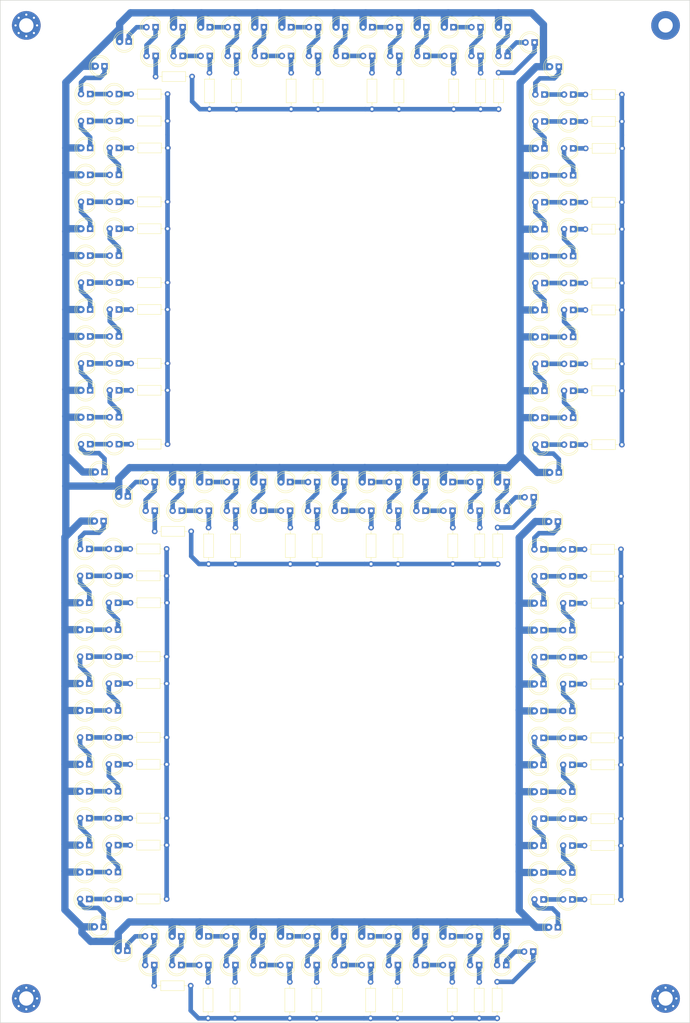
<source format=kicad_pcb>
(kicad_pcb (version 20211014) (generator pcbnew)
  (layers (0 "F.Cu" signal) (31 "B.Cu" signal) (34 "B.Paste" user) (35 "F.Paste" user) (36 "B.SilkS" user "B.Silkscreen") (37 "F.SilkS" user "F.Silkscreen") (38 "B.Mask" user) (39 "F.Mask" user) (44 "Edge.Cuts" user))
  (net 0 "")
  (footprint "LED_THT:LED_D5.0mm" (layer "F.Cu") (at 480.52496 56.499994 180)
    (fp_text reference "REF**" hide)
    (fp_text value "LED_D5.0mm" hide)
  )
  (footprint "LED_THT:LED_D5.0mm" (layer "F.Cu") (at 350.025 -33.875 180)
    (fp_text reference "REF**" hide)
    (fp_text value "LED_D5.0mm" hide)
  )
  (footprint "LED_THT:LED_D5.0mm" (layer "F.Cu") (at 390.485 193.6925 180)
    (fp_text reference "REF**" hide)
    (fp_text value "LED_D5.0mm" hide)
  )
  (footprint "Resistor_THT:R_Axial_DIN0207_L6.3mm_D2.5mm_P10.16mm_Horizontal" (layer "F.Cu") (at 428.25 82 90)
    (fp_text reference "REF**" hide)
    (fp_text value "R_Axial_DIN0207_L6.3mm_D2.5mm_P10.16mm_Horizontal" hide)
  )
  (footprint "LED_THT:LED_D5.0mm" (layer "F.Cu") (at 484.52496 -48.750006 180)
    (fp_text reference "REF**" hide)
    (fp_text value "LED_D5.0mm" hide)
  )
  (footprint "LED_THT:LED_D5.0mm" (layer "F.Cu") (at 349.77504 107.795006 180)
    (fp_text reference "REF**" hide)
    (fp_text value "LED_D5.0mm" hide)
  )
  (footprint "Resistor_THT:R_Axial_DIN0207_L6.3mm_D2.5mm_P10.16mm_Horizontal" (layer "F.Cu") (at 371.41004 92.795006 180)
    (fp_text reference "REF**" hide)
    (fp_text value "R_Axial_DIN0207_L6.3mm_D2.5mm_P10.16mm_Horizontal" hide)
  )
  (footprint "LED_THT:LED_D5.0mm" (layer "F.Cu") (at 375.78996 -59.500006 180)
    (fp_text reference "REF**" hide)
    (fp_text value "LED_D5.0mm" hide)
  )
  (footprint "LED_THT:LED_D5.0mm" (layer "F.Cu") (at 349.77504 77.795006 180)
    (fp_text reference "REF**" hide)
    (fp_text value "LED_D5.0mm" hide)
  )
  (footprint "Resistor_THT:R_Axial_DIN0207_L6.3mm_D2.5mm_P10.16mm_Horizontal" (layer "F.Cu") (at 497.83 107.92 180)
    (fp_text reference "REF**" hide)
    (fp_text value "R_Axial_DIN0207_L6.3mm_D2.5mm_P10.16mm_Horizontal" hide)
  )
  (footprint "LED_THT:LED_D5.0mm" (layer "F.Cu") (at 360.39 189.6925 180)
    (fp_text reference "REF**" hide)
    (fp_text value "LED_D5.0mm" hide)
  )
  (footprint "LED_THT:LED_D5.0mm" (layer "F.Cu") (at 383.32996 -59.500006 180)
    (fp_text reference "REF**" hide)
    (fp_text value "LED_D5.0mm" hide)
  )
  (footprint "LED_THT:LED_D5.0mm" (layer "F.Cu") (at 476.52496 48.749994 180)
    (fp_text reference "REF**" hide)
    (fp_text value "LED_D5.0mm" hide)
  )
  (footprint "LED_THT:LED_D5.0mm" (layer "F.Cu") (at 484.275 122.92 180)
    (fp_text reference "REF**" hide)
    (fp_text value "LED_D5.0mm" hide)
  )
  (footprint "LED_THT:LED_D5.0mm" (layer "F.Cu") (at 421.02996 -67.500006 180)
    (fp_text reference "REF**" hide)
    (fp_text value "LED_D5.0mm" hide)
  )
  (footprint "Resistor_THT:R_Axial_DIN0207_L6.3mm_D2.5mm_P10.16mm_Horizontal" (layer "F.Cu") (at 371.33004 115.295006 180)
    (fp_text reference "REF**" hide)
    (fp_text value "R_Axial_DIN0207_L6.3mm_D2.5mm_P10.16mm_Horizontal" hide)
  )
  (footprint "LED_THT:LED_D5.0mm" (layer "F.Cu") (at 413.48996 -67.500006 180)
    (fp_text reference "REF**" hide)
    (fp_text value "LED_D5.0mm" hide)
  )
  (footprint "Resistor_THT:R_Axial_DIN0207_L6.3mm_D2.5mm_P10.16mm_Horizontal" (layer "F.Cu") (at 371.58 33.625 180)
    (fp_text reference "REF**" hide)
    (fp_text value "R_Axial_DIN0207_L6.3mm_D2.5mm_P10.16mm_Horizontal" hide)
  )
  (footprint "LED_THT:LED_D5.0mm" (layer "F.Cu") (at 398.025 193.6925 180)
    (fp_text reference "REF**" hide)
    (fp_text value "LED_D5.0mm" hide)
  )
  (footprint "LED_THT:LED_D5.0mm" (layer "F.Cu") (at 413.105 185.6925 180)
    (fp_text reference "REF**" hide)
    (fp_text value "LED_D5.0mm" hide)
  )
  (footprint "Resistor_THT:R_Axial_DIN0207_L6.3mm_D2.5mm_P10.16mm_Horizontal" (layer "F.Cu") (at 428.115 208.5225 90)
    (fp_text reference "REF**" hide)
    (fp_text value "R_Axial_DIN0207_L6.3mm_D2.5mm_P10.16mm_Horizontal" hide)
  )
  (footprint "Resistor_THT:R_Axial_DIN0207_L6.3mm_D2.5mm_P10.16mm_Horizontal" (layer "F.Cu") (at 463.74996 -44.670006 90)
    (fp_text reference "REF**" hide)
    (fp_text value "R_Axial_DIN0207_L6.3mm_D2.5mm_P10.16mm_Horizontal" hide)
  )
  (footprint "Resistor_THT:R_Axial_DIN0207_L6.3mm_D2.5mm_P10.16mm_Horizontal" (layer "F.Cu") (at 498.07996 3.749994 180)
    (fp_text reference "REF**" hide)
    (fp_text value "R_Axial_DIN0207_L6.3mm_D2.5mm_P10.16mm_Horizontal" hide)
  )
  (footprint "LED_THT:LED_D5.0mm" (layer "F.Cu") (at 375.78996 -67.500006 180)
    (fp_text reference "REF**" hide)
    (fp_text value "LED_D5.0mm" hide)
  )
  (footprint "Resistor_THT:R_Axial_DIN0207_L6.3mm_D2.5mm_P10.16mm_Horizontal" (layer "F.Cu") (at 371.33004 152.795006 180)
    (fp_text reference "REF**" hide)
    (fp_text value "R_Axial_DIN0207_L6.3mm_D2.5mm_P10.16mm_Horizontal" hide)
  )
  (footprint "LED_THT:LED_D5.0mm" (layer "F.Cu") (at 435.725 193.6925 180)
    (fp_text reference "REF**" hide)
    (fp_text value "LED_D5.0mm" hide)
  )
  (footprint "Resistor_THT:R_Axial_DIN0207_L6.3mm_D2.5mm_P10.16mm_Horizontal" (layer "F.Cu") (at 383 82 90)
    (fp_text reference "REF**" hide)
    (fp_text value "R_Axial_DIN0207_L6.3mm_D2.5mm_P10.16mm_Horizontal" hide)
  )
  (footprint "LED_THT:LED_D5.0mm" (layer "F.Cu") (at 383.32996 -67.500006 180)
    (fp_text reference "REF**" hide)
    (fp_text value "LED_D5.0mm" hide)
  )
  (footprint "LED_THT:LED_D5.0mm" (layer "F.Cu") (at 484.52496 3.749994 180)
    (fp_text reference "REF**" hide)
    (fp_text value "LED_D5.0mm" hide)
  )
  (footprint "Resistor_THT:R_Axial_DIN0207_L6.3mm_D2.5mm_P10.16mm_Horizontal" (layer "F.Cu") (at 371.58 -18.875 180)
    (fp_text reference "REF**" hide)
    (fp_text value "R_Axial_DIN0207_L6.3mm_D2.5mm_P10.16mm_Horizontal" hide)
  )
  (footprint "Resistor_THT:R_Axial_DIN0207_L6.3mm_D2.5mm_P10.16mm_Horizontal" (layer "F.Cu") (at 498.07996 11.249994 180)
    (fp_text reference "REF**" hide)
    (fp_text value "R_Axial_DIN0207_L6.3mm_D2.5mm_P10.16mm_Horizontal" hide)
  )
  (footprint "LED_THT:LED_D5.0mm" (layer "F.Cu") (at 476.52496 -26.250006 180)
    (fp_text reference "REF**" hide)
    (fp_text value "LED_D5.0mm" hide)
  )
  (footprint "LED_THT:LED_D5.0mm" (layer "F.Cu") (at 428.56996 -59.500006 180)
    (fp_text reference "REF**" hide)
    (fp_text value "LED_D5.0mm" hide)
  )
  (footprint "Resistor_THT:R_Axial_DIN0207_L6.3mm_D2.5mm_P10.16mm_Horizontal" (layer "F.Cu") (at 371.58 26.125 180)
    (fp_text reference "REF**" hide)
    (fp_text value "R_Axial_DIN0207_L6.3mm_D2.5mm_P10.16mm_Horizontal" hide)
  )
  (footprint "LED_THT:LED_D5.0mm" (layer "F.Cu") (at 349.77504 175.295006 180)
    (fp_text reference "REF**" hide)
    (fp_text value "LED_D5.0mm" hide)
  )
  (footprint "LED_THT:LED_D5.0mm" (layer "F.Cu") (at 383.08 67.17 180)
    (fp_text reference "REF**" hide)
    (fp_text value "LED_D5.0mm" hide)
  )
  (footprint "LED_THT:LED_D5.0mm" (layer "F.Cu") (at 458.48 59.17 180)
    (fp_text reference "REF**" hide)
    (fp_text value "LED_D5.0mm" hide)
  )
  (footprint "LED_THT:LED_D5.0mm" (layer "F.Cu") (at 398.16 67.17 180)
    (fp_text reference "REF**" hide)
    (fp_text value "LED_D5.0mm" hide)
  )
  (footprint "LED_THT:LED_D5.0mm" (layer "F.Cu") (at 368.27496 -59.500006 180)
    (fp_text reference "REF**" hide)
    (fp_text value "LED_D5.0mm" hide)
  )
  (footprint "LED_THT:LED_D5.0mm" (layer "F.Cu") (at 428.32 59.17 180)
    (fp_text reference "REF**" hide)
    (fp_text value "LED_D5.0mm" hide)
  )
  (footprint "LED_THT:LED_D5.0mm" (layer "F.Cu") (at 484.275 85.42 180)
    (fp_text reference "REF**" hide)
    (fp_text value "LED_D5.0mm" hide)
  )
  (footprint "LED_THT:LED_D5.0mm" (layer "F.Cu") (at 484.275 160.42 180)
    (fp_text reference "REF**" hide)
    (fp_text value "LED_D5.0mm" hide)
  )
  (footprint "LED_THT:LED_D5.0mm" (layer "F.Cu") (at 476.52496 -3.750006 180)
    (fp_text reference "REF**" hide)
    (fp_text value "LED_D5.0mm" hide)
  )
  (footprint "LED_THT:LED_D5.0mm" (layer "F.Cu") (at 358.025 -33.875 180)
    (fp_text reference "REF**" hide)
    (fp_text value "LED_D5.0mm" hide)
  )
  (footprint "LED_THT:LED_D5.0mm" (layer "F.Cu") (at 484.275 107.92 180)
    (fp_text reference "REF**" hide)
    (fp_text value "LED_D5.0mm" hide)
  )
  (footprint "Resistor_THT:R_Axial_DIN0207_L6.3mm_D2.5mm_P10.16mm_Horizontal" (layer "F.Cu") (at 458.5 82 90)
    (fp_text reference "REF**" hide)
    (fp_text value "R_Axial_DIN0207_L6.3mm_D2.5mm_P10.16mm_Horizontal" hide)
  )
  (footprint "LED_THT:LED_D5.0mm" (layer "F.Cu") (at 476.275 100.42 180)
    (fp_text reference "REF**" hide)
    (fp_text value "LED_D5.0mm" hide)
  )
  (footprint "LED_THT:LED_D5.0mm" (layer "F.Cu") (at 476.275 160.42 180)
    (fp_text reference "REF**" hide)
    (fp_text value "LED_D5.0mm" hide)
  )
  (footprint "LED_THT:LED_D5.0mm" (layer "F.Cu") (at 484.52496 48.749994 180)
    (fp_text reference "REF**" hide)
    (fp_text value "LED_D5.0mm" hide)
  )
  (footprint "LED_THT:LED_D5.0mm" (layer "F.Cu") (at 476.275 85.42 180)
    (fp_text reference "REF**" hide)
    (fp_text value "LED_D5.0mm" hide)
  )
  (footprint "Resistor_THT:R_Axial_DIN0207_L6.3mm_D2.5mm_P10.16mm_Horizontal" (layer "F.Cu") (at 458.74996 -44.670006 90)
    (fp_text reference "REF**" hide)
    (fp_text value "R_Axial_DIN0207_L6.3mm_D2.5mm_P10.16mm_Horizontal" hide)
  )
  (footprint "Resistor_THT:R_Axial_DIN0207_L6.3mm_D2.5mm_P10.16mm_Horizontal" (layer "F.Cu") (at 405.99996 -44.670006 90)
    (fp_text reference "REF**" hide)
    (fp_text value "R_Axial_DIN0207_L6.3mm_D2.5mm_P10.16mm_Horizontal" hide)
  )
  (footprint "LED_THT:LED_D5.0mm" (layer "F.Cu") (at 358.025 -18.875 180)
    (fp_text reference "REF**" hide)
    (fp_text value "LED_D5.0mm" hide)
  )
  (footprint "LED_THT:LED_D5.0mm" (layer "F.Cu") (at 349.77504 130.295006 180)
    (fp_text reference "REF**" hide)
    (fp_text value "LED_D5.0mm" hide)
  )
  (footprint "LED_THT:LED_D5.0mm" (layer "F.Cu") (at 398.40996 -59.500006 180)
    (fp_text reference "REF**" hide)
    (fp_text value "LED_D5.0mm" hide)
  )
  (footprint "LED_THT:LED_D5.0mm" (layer "F.Cu") (at 480.275 183.17 180)
    (fp_text reference "REF**" hide)
    (fp_text value "LED_D5.0mm" hide)
  )
  (footprint "Resistor_THT:R_Axial_DIN0207_L6.3mm_D2.5mm_P10.16mm_Horizontal" (layer "F.Cu") (at 497.83 115.42 180)
    (fp_text reference "REF**" hide)
    (fp_text value "R_Axial_DIN0207_L6.3mm_D2.5mm_P10.16mm_Horizontal" hide)
  )
  (footprint "LED_THT:LED_D5.0mm" (layer "F.Cu") (at 390.62 67.17 180)
    (fp_text reference "REF**" hide)
    (fp_text value "LED_D5.0mm" hide)
  )
  (footprint "Resistor_THT:R_Axial_DIN0207_L6.3mm_D2.5mm_P10.16mm_Horizontal" (layer "F.Cu") (at 498.07996 -18.750006 180)
    (fp_text reference "REF**" hide)
    (fp_text value "R_Axial_DIN0207_L6.3mm_D2.5mm_P10.16mm_Horizontal" hide)
  )
  (footprint "LED_THT:LED_D5.0mm" (layer "F.Cu") (at 473.405 189.9425 180)
    (fp_text reference "REF**" hide)
    (fp_text value "LED_D5.0mm" hide)
  )
  (footprint "LED_THT:LED_D5.0mm" (layer "F.Cu") (at 413.24 67.17 180)
    (fp_text reference "REF**" hide)
    (fp_text value "LED_D5.0mm" hide)
  )
  (footprint "LED_THT:LED_D5.0mm" (layer "F.Cu") (at 476.52496 -33.750006 180)
    (fp_text reference "REF**" hide)
    (fp_text value "LED_D5.0mm" hide)
  )
  (footprint "LED_THT:LED_D5.0mm" (layer "F.Cu") (at 354.025 -56.625 180)
    (fp_text reference "REF**" hide)
    (fp_text value "LED_D5.0mm" hide)
  )
  (footprint "LED_THT:LED_D5.0mm" (layer "F.Cu") (at 354.025 56.375 180)
    (fp_text reference "REF**" hide)
    (fp_text value "LED_D5.0mm" hide)
  )
  (footprint "LED_THT:LED_D5.0mm" (layer "F.Cu") (at 349.77504 145.295006 180)
    (fp_text reference "REF**" hide)
    (fp_text value "LED_D5.0mm" hide)
  )
  (footprint "Resistor_THT:R_Axial_DIN0207_L6.3mm_D2.5mm_P10.16mm_Horizontal" (layer "F.Cu") (at 371.33004 137.795006 180)
    (fp_text reference "REF**" hide)
    (fp_text value "R_Axial_DIN0207_L6.3mm_D2.5mm_P10.16mm_Horizontal" hide)
  )
  (footprint "LED_THT:LED_D5.0mm" (layer "F.Cu") (at 443.64996 -67.500006 180)
    (fp_text reference "REF**" hide)
    (fp_text value "LED_D5.0mm" hide)
  )
  (footprint "LED_THT:LED_D5.0mm" (layer "F.Cu") (at 466.26996 -59.500006 180)
    (fp_text reference "REF**" hide)
    (fp_text value "LED_D5.0mm" hide)
  )
  (footprint "LED_THT:LED_D5.0mm" (layer "F.Cu") (at 350.025 3.625 180)
    (fp_text reference "REF**" hide)
    (fp_text value "LED_D5.0mm" hide)
  )
  (footprint "LED_THT:LED_D5.0mm" (layer "F.Cu") (at 405.94996 -59.500006 180)
    (fp_text reference "REF**" hide)
    (fp_text value "LED_D5.0mm" hide)
  )
  (footprint "LED_THT:LED_D5.0mm" (layer "F.Cu") (at 443.265 185.6925 180)
    (fp_text reference "REF**" hide)
    (fp_text value "LED_D5.0mm" hide)
  )
  (footprint "LED_THT:LED_D5.0mm" (layer "F.Cu") (at 358.025 48.625 180)
    (fp_text reference "REF**" hide)
    (fp_text value "LED_D5.0mm" hide)
  )
  (footprint "LED_THT:LED_D5.0mm" (layer "F.Cu") (at 484.52496 -3.750006 180)
    (fp_text reference "REF**" hide)
    (fp_text value "LED_D5.0mm" hide)
  )
  (footprint "LED_THT:LED_D5.0mm" (layer "F.Cu") (at 484.52496 -11.250006 180)
    (fp_text reference "REF**" hide)
    (fp_text value "LED_D5.0mm" hide)
  )
  (footprint "LED_THT:LED_D5.0mm" (layer "F.Cu") (at 484.275 100.42 180)
    (fp_text reference "REF**" hide)
    (fp_text value "LED_D5.0mm" hide)
  )
  (footprint "Resistor_THT:R_Axial_DIN0207_L6.3mm_D2.5mm_P10.16mm_Horizontal" (layer "F.Cu") (at 390.365 208.5225 90)
    (fp_text reference "REF**" hide)
    (fp_text value "R_Axial_DIN0207_L6.3mm_D2.5mm_P10.16mm_Horizontal" hide)
  )
  (footprint "LED_THT:LED_D5.0mm" (layer "F.Cu") (at 428.56996 -67.500006 180)
    (fp_text reference "REF**" hide)
    (fp_text value "LED_D5.0mm" hide)
  )
  (footprint "LED_THT:LED_D5.0mm" (layer "F.Cu") (at 450.94 59.17 180)
    (fp_text reference "REF**" hide)
    (fp_text value "LED_D5.0mm" hide)
  )
  (footprint "LED_THT:LED_D5.0mm" (layer "F.Cu") (at 420.645 185.6925 180)
    (fp_text reference "REF**" hide)
    (fp_text value "LED_D5.0mm" hide)
  )
  (footprint "LED_THT:LED_D5.0mm" (layer "F.Cu") (at 357.77504 100.295006 180)
    (fp_text reference "REF**" hide)
    (fp_text value "LED_D5.0mm" hide)
  )
  (footprint "LED_THT:LED_D5.0mm" (layer "F.Cu") (at 451.18996 -67.500006 180)
    (fp_text reference "REF**" hide)
    (fp_text value "LED_D5.0mm" hide)
  )
  (footprint "Resistor_THT:R_Axial_DIN0207_L6.3mm_D2.5mm_P10.16mm_Horizontal" (layer "F.Cu") (at 498.07996 26.249994 180)
    (fp_text reference "REF**" hide)
    (fp_text value "R_Axial_DIN0207_L6.3mm_D2.5mm_P10.16mm_Horizontal" hide)
  )
  (footprint "LED_THT:LED_D5.0mm" (layer "F.Cu") (at 357.77504 167.795006 180)
    (fp_text reference "REF**" hide)
    (fp_text value "LED_D5.0mm" hide)
  )
  (footprint "LED_THT:LED_D5.0mm" (layer "F.Cu") (at 435.86 67.17 180)
    (fp_text reference "REF**" hide)
    (fp_text value "LED_D5.0mm" hide)
  )
  (footprint "Resistor_THT:R_Axial_DIN0207_L6.3mm_D2.5mm_P10.16mm_Horizontal" (layer "F.Cu") (at 497.83 77.92 180)
    (fp_text reference "REF**" hide)
    (fp_text value "R_Axial_DIN0207_L6.3mm_D2.5mm_P10.16mm_Horizontal" hide)
  )
  (footprint "LED_THT:LED_D5.0mm" (layer "F.Cu") (at 358.025 -3.875 180)
    (fp_text reference "REF**" hide)
    (fp_text value "LED_D5.0mm" hide)
  )
  (footprint "Resistor_THT:R_Axial_DIN0207_L6.3mm_D2.5mm_P10.16mm_Horizontal" (layer "F.Cu") (at 371.33004 85.295006 180)
    (fp_text reference "REF**" hide)
    (fp_text value "R_Axial_DIN0207_L6.3mm_D2.5mm_P10.16mm_Horizontal" hide)
  )
  (footprint "LED_THT:LED_D5.0mm" (layer "F.Cu") (at 476.275 175.42 180)
    (fp_text reference "REF**" hide)
    (fp_text value "LED_D5.0mm" hide)
  )
  (footprint "LED_THT:LED_D5.0mm" (layer "F.Cu") (at 350.025 11.125 180)
    (fp_text reference "REF**" hide)
    (fp_text value "LED_D5.0mm" hide)
  )
  (footprint "Resistor_THT:R_Axial_DIN0207_L6.3mm_D2.5mm_P10.16mm_Horizontal" (layer "F.Cu") (at 497.83 85.42 180)
    (fp_text reference "REF**" hide)
    (fp_text value "R_Axial_DIN0207_L6.3mm_D2.5mm_P10.16mm_Horizontal" hide)
  )
  (footprint "LED_THT:LED_D5.0mm" (layer "F.Cu") (at 353.77504 70.045006 180)
    (fp_text reference "REF**" hide)
    (fp_text value "LED_D5.0mm" hide)
  )
  (footprint "Resistor_THT:R_Axial_DIN0207_L6.3mm_D2.5mm_P10.16mm_Horizontal" (layer "F.Cu") (at 390.5 82 90)
    (fp_text reference "REF**" hide)
    (fp_text value "R_Axial_DIN0207_L6.3mm_D2.5mm_P10.16mm_Horizontal" hide)
  )
  (footprint "LED_THT:LED_D5.0mm" (layer "F.Cu") (at 428.32 67.17 180)
    (fp_text reference "REF**" hide)
    (fp_text value "LED_D5.0mm" hide)
  )
  (footprint "Resistor_THT:R_Axial_DIN0207_L6.3mm_D2.5mm_P10.16mm_Horizontal" (layer "F.Cu") (at 371.58 -41.375 180)
    (fp_text reference "REF**" hide)
    (fp_text value "R_Axial_DIN0207_L6.3mm_D2.5mm_P10.16mm_Horizontal" hide)
  )
  (footprint "LED_THT:LED_D5.0mm" (layer "F.Cu") (at 484.52496 26.249994 180)
    (fp_text reference "REF**" hide)
    (fp_text value "LED_D5.0mm" hide)
  )
  (footprint "LED_THT:LED_D5.0mm" (layer "F.Cu") (at 349.77504 137.795006 180)
    (fp_text reference "REF**" hide)
    (fp_text value "LED_D5.0mm" hide)
  )
  (footprint "LED_THT:LED_D5.0mm" (layer "F.Cu") (at 405.7 59.17 180)
    (fp_text reference "REF**" hide)
    (fp_text value "LED_D5.0mm" hide)
  )
  (footprint "LED_THT:LED_D5.0mm" (layer "F.Cu") (at 484.52496 33.749994 180)
    (fp_text reference "REF**" hide)
    (fp_text value "LED_D5.0mm" hide)
  )
  (footprint "LED_THT:LED_D5.0mm" (layer "F.Cu") (at 405.565 185.6925 180)
    (fp_text reference "REF**" hide)
    (fp_text value "LED_D5.0mm" hide)
  )
  (footprint "LED_THT:LED_D5.0mm" (layer "F.Cu") (at 473.78996 -63.250006 180)
    (fp_text reference "REF**" hide)
    (fp_text value "LED_D5.0mm" hide)
  )
  (footprint "LED_THT:LED_D5.0mm" (layer "F.Cu") (at 390.485 185.6925 180)
    (fp_text reference "REF**" hide)
    (fp_text value "LED_D5.0mm" hide)
  )
  (footprint "LED_THT:LED_D5.0mm" (layer "F.Cu") (at 350.025 -11.375 180)
    (fp_text reference "REF**" hide)
    (fp_text value "LED_D5.0mm" hide)
  )
  (footprint "Resistor_THT:R_Axial_DIN0207_L6.3mm_D2.5mm_P10.16mm_Horizontal" (layer "F.Cu") (at 413.115 208.5225 90)
    (fp_text reference "REF**" hide)
    (fp_text value "R_Axial_DIN0207_L6.3mm_D2.5mm_P10.16mm_Horizontal" hide)
  )
  (footprint "LED_THT:LED_D5.0mm" (layer "F.Cu") (at 476.52496 26.249994 180)
    (fp_text reference "REF**" hide)
    (fp_text value "LED_D5.0mm" hide)
  )
  (footprint "Resistor_THT:R_Axial_DIN0207_L6.3mm_D2.5mm_P10.16mm_Horizontal" (layer "F.Cu") (at 378.40996 -53.750006 180)
    (fp_text reference "REF**" hide)
    (fp_text value "R_Axial_DIN0207_L6.3mm_D2.5mm_P10.16mm_Horizontal" hide)
  )
  (footprint "LED_THT:LED_D5.0mm" (layer "F.Cu") (at 350.025 -3.875 180)
    (fp_text reference "REF**" hide)
    (fp_text value "LED_D5.0mm" hide)
  )
  (footprint "Resistor_THT:R_Axial_DIN0207_L6.3mm_D2.5mm_P10.16mm_Horizontal" (layer "F.Cu") (at 413.25 82 90)
    (fp_text reference "REF**" hide)
    (fp_text value "R_Axial_DIN0207_L6.3mm_D2.5mm_P10.16mm_Horizontal" hide)
  )
  (footprint "LED_THT:LED_D5.0mm" (layer "F.Cu") (at 484.275 145.42 180)
    (fp_text reference "REF**" hide)
    (fp_text value "LED_D5.0mm" hide)
  )
  (footprint "LED_THT:LED_D5.0mm" (layer "F.Cu") (at 435.725 185.6925 180)
    (fp_text reference "REF**" hide)
    (fp_text value "LED_D5.0mm" hide)
  )
  (footprint "LED_THT:LED_D5.0mm" (layer "F.Cu") (at 358.025 41.125 180)
    (fp_text reference "REF**" hide)
    (fp_text value "LED_D5.0mm" hide)
  )
  (footprint "LED_THT:LED_D5.0mm" (layer "F.Cu") (at 357.77504 137.795006 180)
    (fp_text reference "REF**" hide)
    (fp_text value "LED_D5.0mm" hide)
  )
  (footprint "LED_THT:LED_D5.0mm" (layer "F.Cu") (at 375.54 59.17 180)
    (fp_text reference "REF**" hide)
    (fp_text value "LED_D5.0mm" hide)
  )
  (footprint "LED_THT:LED_D5.0mm" (layer "F.Cu") (at 349.77504 85.295006 180)
    (fp_text reference "REF**" hide)
    (fp_text value "LED_D5.0mm" hide)
  )
  (footprint "LED_THT:LED_D5.0mm" (layer "F.Cu") (at 375.405 193.6925 180)
    (fp_text reference "REF**" hide)
    (fp_text value "LED_D5.0mm" hide)
  )
  (footprint "LED_THT:LED_D5.0mm" (layer "F.Cu") (at 413.105 193.6925 180)
    (fp_text reference "REF**" hide)
    (fp_text value "LED_D5.0mm" hide)
  )
  (footprint "LED_THT:LED_D5.0mm" (layer "F.Cu") (at 458.72996 -59.500006 180)
    (fp_text reference "REF**" hide)
    (fp_text value "LED_D5.0mm" hide)
  )
  (footprint "LED_THT:LED_D5.0mm" (layer "F.Cu") (at 476.52496 -41.250006 180)
    (fp_text reference "REF**" hide)
    (fp_text value "LED_D5.0mm" hide)
  )
  (footprint "LED_THT:LED_D5.0mm" (layer "F.Cu") (at 476.52496 -18.750006 180)
    (fp_text reference "REF**" hide)
    (fp_text value "LED_D5.0mm" hide)
  )
  (footprint "LED_THT:LED_D5.0mm" (layer "F.Cu") (at 405.7 67.17 180)
    (fp_text reference "REF**" hide)
    (fp_text value "LED_D5.0mm" hide)
  )
  (footprint "LED_THT:LED_D5.0mm" (layer "F.Cu") (at 357.77504 130.295006 180)
    (fp_text reference "REF**" hide)
    (fp_text value "LED_D5.0mm" hide)
  )
  (footprint "LED_THT:LED_D5.0mm" (layer "F.Cu") (at 350.025 33.625 180)
    (fp_text reference "REF**" hide)
    (fp_text value "LED_D5.0mm" hide)
  )
  (footprint "LED_THT:LED_D5.0mm" (layer "F.Cu") (at 405.94996 -67.500006 180)
    (fp_text reference "REF**" hide)
    (fp_text value "LED_D5.0mm" hide)
  )
  (footprint "LED_THT:LED_D5.0mm" (layer "F.Cu") (at 465.885 193.6925 180)
    (fp_text reference "REF**" hide)
    (fp_text value "LED_D5.0mm" hide)
  )
  (footprint "LED_THT:LED_D5.0mm" (layer "F.Cu") (at 484.52496 18.749994 180)
    (fp_text reference "REF**" hide)
    (fp_text value "LED_D5.0mm" hide)
  )
  (footprint "LED_THT:LED_D5.0mm" (layer "F.Cu") (at 357.77504 85.295006 180)
    (fp_text reference "REF**" hide)
    (fp_text value "LED_D5.0mm" hide)
  )
  (footprint "Resistor_THT:R_Axial_DIN0207_L6.3mm_D2.5mm_P10.16mm_Horizontal" (layer "F.Cu") (at 497.83 137.92 180)
    (fp_text reference "REF**" hide)
    (fp_text value "R_Axial_DIN0207_L6.3mm_D2.5mm_P10.16mm_Horizontal" hide)
  )
  (footprint "LED_THT:LED_D5.0mm" (layer "F.Cu") (at 466.02 67.17 180)
    (fp_text reference "REF**" hide)
    (fp_text value "LED_D5.0mm" hide)
  )
  (footprint "LED_THT:LED_D5.0mm" (layer "F.Cu") (at 349.77504 160.295006 180)
    (fp_text reference "REF**" hide)
    (fp_text value "LED_D5.0mm" hide)
  )
  (footprint "Resistor_THT:R_Axial_DIN0207_L6.3mm_D2.5mm_P10.16mm_Horizontal" (layer "F.Cu") (at 371.58 11.125 180)
    (fp_text reference "REF**" hide)
    (fp_text value "R_Axial_DIN0207_L6.3mm_D2.5mm_P10.16mm_Horizontal" hide)
  )
  (footprint "LED_THT:LED_D5.0mm" (layer "F.Cu") (at 350.025 -26.375 180)
    (fp_text reference "REF**" hide)
    (fp_text value "LED_D5.0mm" hide)
  )
  (footprint "LED_THT:LED_D5.0mm" (layer "F.Cu") (at 484.52496 -33.750006 180)
    (fp_text reference "REF**" hide)
    (fp_text value "LED_D5.0mm" hide)
  )
  (footprint "LED_THT:LED_D5.0mm" (layer "F.Cu") (at 450.805 185.6925 180)
    (fp_text reference "REF**" hide)
    (fp_text value "LED_D5.0mm" hide)
  )
  (footprint "LED_THT:LED_D5.0mm" (layer "F.Cu") (at 458.48 67.17 180)
    (fp_text reference "REF**" hide)
    (fp_text value "LED_D5.0mm" hide)
  )
  (footprint "Resistor_THT:R_Axial_DIN0207_L6.3mm_D2.5mm_P10.16mm_Horizontal" (layer "F.Cu") (at 371.66 -33.875 180)
    (fp_text reference "REF**" hide)
    (fp_text value "R_Axial_DIN0207_L6.3mm_D2.5mm_P10.16mm_Horizontal" hide)
  )
  (footprint "LED_THT:LED_D5.0mm" (layer "F.Cu") (at 466.26996 -67.500006 180)
    (fp_text reference "REF**" hide)
    (fp_text value "LED_D5.0mm" hide)
  )
  (footprint "LED_THT:LED_D5.0mm" (layer "F.Cu") (at 357.77504 160.295006 180)
    (fp_text reference "REF**" hide)
    (fp_text value "LED_D5.0mm" hide)
  )
  (footprint "LED_THT:LED_D5.0mm" (layer "F.Cu") (at 357.77504 92.795006 180)
    (fp_text reference "REF**" hide)
    (fp_text value "LED_D5.0mm" hide)
  )
  (footprint "LED_THT:LED_D5.0mm" (layer "F.Cu") (at 350.025 -41.375 180)
    (fp_text reference "REF**" hide)
    (fp_text value "LED_D5.0mm" hide)
  )
  (footprint "LED_THT:LED_D5.0mm" (layer "F.Cu") (at 484.52496 -26.250006 180)
    (fp_text reference "REF**" hide)
    (fp_text value "LED_D5.0mm" hide)
  )
  (footprint "LED_THT:LED_D5.0mm" (layer "F.Cu") (at 484.275 167.92 180)
    (fp_text reference "REF**" hide)
    (fp_text value "LED_D5.0mm" hide)
  )
  (footprint "LED_THT:LED_D5.0mm" (layer "F.Cu") (at 358.025 -41.375 180)
    (fp_text reference "REF**" hide)
    (fp_text value "LED_D5.0mm" hide)
  )
  (footprint "Resistor_THT:R_Axial_DIN0207_L6.3mm_D2.5mm_P10.16mm_Horizontal" (layer "F.Cu") (at 405.615 208.5225 90)
    (fp_text reference "REF**" hide)
    (fp_text value "R_Axial_DIN0207_L6.3mm_D2.5mm_P10.16mm_Horizontal" hide)
  )
  (footprint "LED_THT:LED_D5.0mm" (layer "F.Cu") (at 458.345 185.6925 180)
    (fp_text reference "REF**" hide)
    (fp_text value "LED_D5.0mm" hide)
  )
  (footprint "LED_THT:LED_D5.0mm" (layer "F.Cu") (at 350.025 18.625 180)
    (fp_text reference "REF**" hide)
    (fp_text value "LED_D5.0mm" hide)
  )
  (footprint "LED_THT:LED_D5.0mm" (layer "F.Cu") (at 443.64996 -59.500006 180)
    (fp_text reference "REF**" hide)
    (fp_text value "LED_D5.0mm" hide)
  )
  (footprint "LED_THT:LED_D5.0mm" (layer "F.Cu") (at 368 59.17 180)
    (fp_text reference "REF**" hide)
    (fp_text value "LED_D5.0mm" hide)
  )
  (footprint "Resistor_THT:R_Axial_DIN0207_L6.3mm_D2.5mm_P10.16mm_Horizontal" (layer "F.Cu") (at 463.365 208.5225 90)
    (fp_text reference "REF**" hide)
    (fp_text value "R_Axial_DIN0207_L6.3mm_D2.5mm_P10.16mm_Horizontal" hide)
  )
  (footprint "Resistor_THT:R_Axial_DIN0207_L6.3mm_D2.5mm_P10.16mm_Horizontal" (layer "F.Cu") (at 371.58 -48.875 180)
    (fp_text reference "REF**" hide)
    (fp_text value "R_Axial_DIN0207_L6.3mm_D2.5mm_P10.16mm_Horizontal" hide)
  )
  (footprint "LED_THT:LED_D5.0mm" (layer "F.Cu") (at 357.77504 152.795006 180)
    (fp_text reference "REF**" hide)
    (fp_text value "LED_D5.0mm" hide)
  )
  (footprint "LED_THT:LED_D5.0mm" (layer "F.Cu") (at 360.77496 -63.500006 180)
    (fp_text reference "REF**" hide)
    (fp_text value "LED_D5.0mm" hide)
  )
  (footprint "LED_THT:LED_D5.0mm" (layer "F.Cu") (at 357.77504 122.795006 180)
    (fp_text reference "REF**" hide)
    (fp_text value "LED_D5.0mm" hide)
  )
  (footprint "LED_THT:LED_D5.0mm" (layer "F.Cu") (at 476.52496 -11.250006 180)
    (fp_text reference "REF**" hide)
    (fp_text value "LED_D5.0mm" hide)
  )
  (footprint "Resistor_THT:R_Axial_DIN0207_L6.3mm_D2.5mm_P10.16mm_Horizontal" (layer "F.Cu") (at 371.33004 77.795006 180)
    (fp_text reference "REF**" hide)
    (fp_text value "R_Axial_DIN0207_L6.3mm_D2.5mm_P10.16mm_Horizontal" hide)
  )
  (footprint "LED_THT:LED_D5.0mm" (layer "F.Cu") (at 476.275 145.42 180)
    (fp_text reference "REF**" hide)
    (fp_text value "LED_D5.0mm" hide)
  )
  (footprint "LED_THT:LED_D5.0mm" (layer "F.Cu") (at 484.275 77.92 180)
    (fp_text reference "REF**" hide)
    (fp_text value "LED_D5.0mm" hide)
  )
  (footprint "LED_THT:LED_D5.0mm" (layer "F.Cu") (at 375.54 67.17 180)
    (fp_text reference "REF**" hide)
    (fp_text value "LED_D5.0mm" hide)
  )
  (footprint "LED_THT:LED_D5.0mm" (layer "F.Cu") (at 358.025 11.125 180)
    (fp_text reference "REF**" hide)
    (fp_text value "LED_D5.0mm" hide)
  )
  (footprint "Resistor_THT:R_Axial_DIN0207_L6.3mm_D2.5mm_P10.16mm_Horizontal" (layer "F.Cu") (at 451.24996 -44.670006 90)
    (fp_text reference "REF**" hide)
    (fp_text value "R_Axial_DIN0207_L6.3mm_D2.5mm_P10.16mm_Horizontal" hide)
  )
  (footprint "Resistor_THT:R_Axial_DIN0207_L6.3mm_D2.5mm_P10.16mm_Horizontal" (layer "F.Cu") (at 383.24996 -44.670006 90)
    (fp_text reference "REF**" hide)
    (fp_text value "R_Axial_DIN0207_L6.3mm_D2.5mm_P10.16mm_Horizontal" hide)
  )
  (footprint "LED_THT:LED_D5.0mm" (layer "F.Cu") (at 358.025 3.625 180)
    (fp_text reference "REF**" hide)
    (fp_text value "LED_D5.0mm" hide)
  )
  (footprint "LED_THT:LED_D5.0mm" (layer "F.Cu") (at 458.345 193.6925 180)
    (fp_text reference "REF**" hide)
    (fp_text value "LED_D5.0mm" hide)
  )
  (footprint "LED_THT:LED_D5.0mm" (layer "F.Cu") (at 358.025 -26.375 180)
    (fp_text reference "REF**" hide)
    (fp_text value "LED_D5.0mm" hide)
  )
  (footprint "Resistor_THT:R_Axial_DIN0207_L6.3mm_D2.5mm_P10.16mm_Horizontal" (layer "F.Cu") (at 428.49996 -44.670006 90)
    (fp_text reference "REF**" hide)
    (fp_text value "R_Axial_DIN0207_L6.3mm_D2.5mm_P10.16mm_Horizontal" hide)
  )
  (footprint "Resistor_THT:R_Axial_DIN0207_L6.3mm_D2.5mm_P10.16mm_Horizontal" (layer "F.Cu") (at 498.07996 48.749994 180)
    (fp_text reference "REF**" hide)
    (fp_text value "R_Axial_DIN0207_L6.3mm_D2.5mm_P10.16mm_Horizontal" hide)
  )
  (footprint "LED_THT:LED_D5.0mm" (layer "F.Cu") (at 435.86 59.17 180)
    (fp_text reference "REF**" hide)
    (fp_text value "LED_D5.0mm" hide)
  )
  (footprint "LED_THT:LED_D5.0mm" (layer "F.Cu") (at 349.77504 122.795006 180)
    (fp_text reference "REF**" hide)
    (fp_text value "LED_D5.0mm" hide)
  )
  (footprint "LED_THT:LED_D5.0mm" (layer "F.Cu") (at 382.945 185.6925 180)
    (fp_text reference "REF**" hide)
    (fp_text value "LED_D5.0mm" hide)
  )
  (footprint "LED_THT:LED_D5.0mm" (layer "F.Cu") (at 383.08 59.17 180)
    (fp_text reference "REF**" hide)
    (fp_text value "LED_D5.0mm" hide)
  )
  (footprint "LED_THT:LED_D5.0mm" (layer "F.Cu") (at 349.77504 92.795006 180)
    (fp_text reference "REF**" hide)
    (fp_text value "LED_D5.0mm" hide)
  )
  (footprint "LED_THT:LED_D5.0mm" (layer "F.Cu") (at 349.77504 167.795006 180)
    (fp_text reference "REF**" hide)
    (fp_text value "LED_D5.0mm" hide)
  )
  (footprint "LED_THT:LED_D5.0mm" (layer "F.Cu") (at 450.94 67.17 180)
    (fp_text reference "REF**" hide)
    (fp_text value "LED_D5.0mm" hide)
  )
  (footprint "LED_THT:LED_D5.0mm" (layer "F.Cu") (at 421.02996 -59.500006 180)
    (fp_text reference "REF**" hide)
    (fp_text value "LED_D5.0mm" hide)
  )
  (footprint "LED_THT:LED_D5.0mm" (layer "F.Cu") (at 466.02 59.17 180)
    (fp_text reference "REF**" hide)
    (fp_text value "LED_D5.0mm" hide)
  )
  (footprint "Resistor_THT:R_Axial_DIN0207_L6.3mm_D2.5mm_P10.16mm_Horizontal" (layer "F.Cu") (at 378.16 72.92 180)
    (fp_text reference "REF**" hide)
    (fp_text value "R_Axial_DIN0207_L6.3mm_D2.5mm_P10.16mm_Horizontal" hide)
  )
  (footprint "LED_THT:LED_D5.0mm" (layer "F.Cu") (at 398.025 185.6925 180)
    (fp_text reference "REF**" hide)
    (fp_text value "LED_D5.0mm" hide)
  )
  (footprint "LED_THT:LED_D5.0mm" (layer "F.Cu") (at 353.77504 183.045006 180)
    (fp_text reference "REF**" hide)
    (fp_text value "LED_D5.0mm" hide)
  )
  (footprint "LED_THT:LED_D5.0mm" (layer "F.Cu") (at 358.025 18.625 180)
    (fp_text reference "REF**" hide)
    (fp_text value "LED_D5.0mm" hide)
  )
  (footprint "LED_THT:LED_D5.0mm" (layer "F.Cu") (at 367.865 185.6925 180)
    (fp_text reference "REF**" hide)
    (fp_text value "LED_D5.0mm" hide)
  )
  (footprint "Resistor_THT:R_Axial_DIN0207_L6.3mm_D2.5mm_P10.16mm_Horizontal" (layer "F.Cu") (at 435.75 82 90)
    (fp_text reference "REF**" hide)
    (fp_text value "R_Axial_DIN0207_L6.3mm_D2.5mm_P10.16mm_Horizontal" hide)
  )
  (footprint "LED_THT:LED_D5.0mm" (layer "F.Cu") (at 360.525 63.17 180)
    (fp_text reference "REF**" hide)
    (fp_text value "LED_D5.0mm" hide)
  )
  (footprint "LED_THT:LED_D5.0mm" (layer "F.Cu") (at 358.025 26.125 180)
    (fp_text reference "REF**" hide)
    (fp_text value "LED_D5.0mm" hide)
  )
  (footprint "LED_THT:LED_D5.0mm" (layer "F.Cu") (at 484.275 175.42 180)
    (fp_text reference "REF**" hide)
    (fp_text value "LED_D5.0mm" hide)
  )
  (footprint "Resistor_THT:R_Axial_DIN0207_L6.3mm_D2.5mm_P10.16mm_Horizontal" (layer "F.Cu") (at 498.07996 33.749994 180)
    (fp_text reference "REF**" hide)
    (fp_text value "R_Axial_DIN0207_L6.3mm_D2.5mm_P10.16mm_Horizontal" hide)
  )
  (footprint "Resistor_THT:R_Axial_DIN0207_L6.3mm_D2.5mm_P10.16mm_Horizontal" (layer "F.Cu") (at 371.33004 160.295006 180)
    (fp_text reference "REF**" hide)
    (fp_text value "R_Axial_DIN0207_L6.3mm_D2.5mm_P10.16mm_Horizontal" hide)
  )
  (footprint "LED_THT:LED_D5.0mm" (layer "F.Cu") (at 368.025 67.17 180)
    (fp_text reference "REF**" hide)
    (fp_text value "LED_D5.0mm" hide)
  )
  (footprint "LED_THT:LED_D5.0mm" (layer "F.Cu") (at 484.275 92.92 180)
    (fp_text reference "REF**" hide)
    (fp_text value "LED_D5.0mm" hide)
  )
  (footprint "LED_THT:LED_D5.0mm" (layer "F.Cu") (at 476.275 107.92 180)
    (fp_text reference "REF**" hide)
    (fp_text value "LED_D5.0mm" hide)
  )
  (footprint "LED_THT:LED_D5.0mm" (layer "F.Cu") (at 484.52496 -18.750006 180)
    (fp_text reference "REF**" hide)
    (fp_text value "LED_D5.0mm" hide)
  )
  (footprint "LED_THT:LED_D5.0mm" (layer "F.Cu") (at 350.025 41.125 180)
    (fp_text reference "REF**" hide)
    (fp_text value "LED_D5.0mm" hide)
  )
  (footprint "LED_THT:LED_D5.0mm" (layer "F.Cu") (at 413.48996 -59.500006 180)
    (fp_text reference "REF**" hide)
    (fp_text value "LED_D5.0mm" hide)
  )
  (footprint "Resistor_THT:R_Axial_DIN0207_L6.3mm_D2.5mm_P10.16mm_Horizontal" (layer "F.Cu") (at 497.83 175.42 180)
    (fp_text reference "REF**" hide)
    (fp_text value "R_Axial_DIN0207_L6.3mm_D2.5mm_P10.16mm_Horizontal" hide)
  )
  (footprint "LED_THT:LED_D5.0mm" (layer "F.Cu") (at 349.77504 100.295006 180)
    (fp_text reference "REF**" hide)
    (fp_text value "LED_D5.0mm" hide)
  )
  (footprint "Resistor_THT:R_Axial_DIN0207_L6.3mm_D2.5mm_P10.16mm_Horizontal" (layer "F.Cu") (at 405.75 82 90)
    (fp_text reference "REF**" hide)
    (fp_text value "R_Axial_DIN0207_L6.3mm_D2.5mm_P10.16mm_Horizontal" hide)
  )
  (footprint "LED_THT:LED_D5.0mm" (layer "F.Cu") (at 357.77504 115.295006 180)
    (fp_text reference "REF**" hide)
    (fp_text value "LED_D5.0mm" hide)
  )
  (footprint "Resistor_THT:R_Axial_DIN0207_L6.3mm_D2.5mm_P10.16mm_Horizontal" (layer "F.Cu") (at 463.5 82 90)
    (fp_text reference "REF**" hide)
    (fp_text value "R_Axial_DIN0207_L6.3mm_D2.5mm_P10.16mm_Horizontal" hide)
  )
  (footprint "LED_THT:LED_D5.0mm" (layer "F.Cu") (at 390.86996 -59.500006 180)
    (fp_text reference "REF**" hide)
    (fp_text value "LED_D5.0mm" hide)
  )
  (footprint "LED_THT:LED_D5.0mm" (layer "F.Cu") (at 465.885 185.6925 180)
    (fp_text reference "REF**" hide)
    (fp_text value "LED_D5.0mm" hide)
  )
  (footprint "LED_THT:LED_D5.0mm" (layer "F.Cu") (at 450.805 193.6925 180)
    (fp_text reference "REF**" hide)
    (fp_text value "LED_D5.0mm" hide)
  )
  (footprint "LED_THT:LED_D5.0mm" (layer "F.Cu") (at 484.275 152.92 180)
    (fp_text reference "REF**" hide)
    (fp_text value "LED_D5.0mm" hide)
  )
  (footprint "LED_THT:LED_D5.0mm" (layer "F.Cu") (at 368.24996 -67.500006 180)
    (fp_text reference "REF**" hide)
    (fp_text value "LED_D5.0mm" hide)
  )
  (footprint "LED_THT:LED_D5.0mm" (layer "F.Cu") (at 484.275 137.92 180)
    (fp_text reference "REF**" hide)
    (fp_text value "LED_D5.0mm" hide)
  )
  (footprint "Resistor_THT:R_Axial_DIN0207_L6.3mm_D2.5mm_P10.16mm_Horizontal" (layer "F.Cu") (at 458.365 208.5225 90)
    (fp_text reference "REF**" hide)
    (fp_text value "R_Axial_DIN0207_L6.3mm_D2.5mm_P10.16mm_Horizontal" hide)
  )
  (footprint "LED_THT:LED_D5.0mm" (layer "F.Cu") (at 357.77504 175.295006 180)
    (fp_text reference "REF**" hide)
    (fp_text value "LED_D5.0mm" hide)
  )
  (footprint "LED_THT:LED_D5.0mm" (layer "F.Cu") (at 443.265 193.6925 180)
    (fp_text reference "REF**" hide)
    (fp_text value "LED_D5.0mm" hide)
  )
  (footprint "Resistor_THT:R_Axial_DIN0207_L6.3mm_D2.5mm_P10.16mm_Horizontal" (layer "F.Cu") (at 371.33004 107.795006 180)
    (fp_text reference "REF**" hide)
    (fp_text value "R_Axial_DIN0207_L6.3mm_D2.5mm_P10.16mm_Horizontal" hide)
  )
  (footprint "LED_THT:LED_D5.0mm" (layer "F.Cu") (at 484.275 115.42 180)
    (fp_text reference "REF**" hide)
    (fp_text value "LED_D5.0mm" hide)
  )
  (footprint "LED_THT:LED_D5.0mm" (layer "F.Cu") (at 476.275 137.92 180)
    (fp_text reference "REF**" hide)
    (fp_text value "LED_D5.0mm" hide)
  )
  (footprint "Resistor_THT:R_Axial_DIN0207_L6.3mm_D2.5mm_P10.16mm_Horizontal" (layer "F.Cu") (at 497.83 152.92 180)
    (fp_text reference "REF**" hide)
    (fp_text value "R_Axial_DIN0207_L6.3mm_D2.5mm_P10.16mm_Horizontal" hide)
  )
  (footprint "LED_THT:LED_D5.0mm" (layer "F.Cu") (at 358.025 33.625 180)
    (fp_text reference "REF**" hide)
    (fp_text value "LED_D5.0mm" hide)
  )
  (footprint "LED_THT:LED_D5.0mm" (layer "F.Cu") (at 420.645 193.6925 180)
    (fp_text reference "REF**" hide)
    (fp_text value "LED_D5.0mm" hide)
  )
  (footprint "Resistor_THT:R_Axial_DIN0207_L6.3mm_D2.5mm_P10.16mm_Horizontal" (layer "F.Cu") (at 498.15996 -33.750006 180)
    (fp_text reference "REF**" hide)
    (fp_text value "R_Axial_DIN0207_L6.3mm_D2.5mm_P10.16mm_Horizontal" hide)
  )
  (footprint "LED_THT:LED_D5.0mm" (layer "F.Cu") (at 484.52496 -41.250006 180)
    (fp_text reference "REF**" hide)
    (fp_text value "LED_D5.0mm" hide)
  )
  (footprint "LED_THT:LED_D5.0mm" (layer "F.Cu") (at 358.025 -11.375 180)
    (fp_text reference "REF**" hide)
    (fp_text value "LED_D5.0mm" hide)
  )
  (footprint "LED_THT:LED_D5.0mm" (layer "F.Cu") (at 476.52496 3.749994 180)
    (fp_text reference "REF**" hide)
    (fp_text value "LED_D5.0mm" hide)
  )
  (footprint "LED_THT:LED_D5.0mm" (layer "F.Cu") (at 375.405 185.6925 180)
    (fp_text reference "REF**" hide)
    (fp_text value "LED_D5.0mm" hide)
  )
  (footprint "LED_THT:LED_D5.0mm" (layer "F.Cu") (at 350.025 -18.875 180)
    (fp_text reference "REF**" hide)
    (fp_text value "LED_D5.0mm" hide)
  )
  (footprint "LED_THT:LED_D5.0mm" (layer "F.Cu") (at 476.275 115.42 180)
    (fp_text reference "REF**" hide)
    (fp_text value "LED_D5.0mm" hide)
  )
  (footprint "LED_THT:LED_D5.0mm" (layer "F.Cu") (at 473.54 63.42 180)
    (fp_text reference "REF**" hide)
    (fp_text value "LED_D5.0mm" hide)
  )
  (footprint "LED_THT:LED_D5.0mm" (layer "F.Cu") (at 484.52496 41.249994 180)
    (fp_text reference "REF**" hide)
    (fp_text value "LED_D5.0mm" hide)
  )
  (footprint "LED_THT:LED_D5.0mm" (layer "F.Cu") (at 476.52496 41.249994 180)
    (fp_text reference "REF**" hide)
    (fp_text value "LED_D5.0mm" hide)
  )
  (footprint "LED_THT:LED_D5.0mm" (layer "F.Cu") (at 436.10996 -67.500006 180)
    (fp_text reference "REF**" hide)
    (fp_text value "LED_D5.0mm" hide)
  )
  (footprint "LED_THT:LED_D5.0mm" (layer "F.Cu") (at 357.77504 107.795006 180)
    (fp_text reference "REF**" hide)
    (fp_text value "LED_D5.0mm" hide)
  )
  (footprint "LED_THT:LED_D5.0mm" (layer "F.Cu") (at 350.025 -48.875 180)
    (fp_text reference "REF**" hide)
    (fp_text value "LED_D5.0mm" hide)
  )
  (footprint "LED_THT:LED_D5.0mm" (layer "F.Cu") (at 350.025 48.625 180)
    (fp_text reference "REF**" hide)
    (fp_text value "LED_D5.0mm" hide)
  )
  (footprint "LED_THT:LED_D5.0mm" (layer "F.Cu") (at 357.77504 145.295006 180)
    (fp_text reference "REF**" hide)
    (fp_text value "LED_D5.0mm" hide)
  )
  (footprint "Resistor_THT:R_Axial_DIN0207_L6.3mm_D2.5mm_P10.16mm_Horizontal" (layer "F.Cu") (at 497.83 130.42 180)
    (fp_text reference "REF**" hide)
    (fp_text value "R_Axial_DIN0207_L6.3mm_D2.5mm_P10.16mm_Horizontal" hide)
  )
  (footprint "LED_THT:LED_D5.0mm" (layer "F.Cu") (at 357.77504 77.795006 180)
    (fp_text reference "REF**" hide)
    (fp_text value "LED_D5.0mm" hide)
  )
  (footprint "Resistor_THT:R_Axial_DIN0207_L6.3mm_D2.5mm_P10.16mm_Horizontal" (layer "F.Cu") (at 435.99996 -44.670006 90)
    (fp_text reference "REF**" hide)
    (fp_text value "R_Axial_DIN0207_L6.3mm_D2.5mm_P10.16mm_Horizontal" hide)
  )
  (footprint "LED_THT:LED_D5.0mm" (layer "F.Cu") (at 476.52496 33.749994 180)
    (fp_text reference "REF**" hide)
    (fp_text value "LED_D5.0mm" hide)
  )
  (footprint "Resistor_THT:R_Axial_DIN0207_L6.3mm_D2.5mm_P10.16mm_Horizontal" (layer "F.Cu") (at 378.025 199.4425 180)
    (fp_text reference "REF**" hide)
    (fp_text value "R_Axial_DIN0207_L6.3mm_D2.5mm_P10.16mm_Horizontal" hide)
  )
  (footprint "Resistor_THT:R_Axial_DIN0207_L6.3mm_D2.5mm_P10.16mm_Horizontal" (layer "F.Cu") (at 371.33004 175.295006 180)
    (fp_text reference "REF**" hide)
    (fp_text value "R_Axial_DIN0207_L6.3mm_D2.5mm_P10.16mm_Horizontal" hide)
  )
  (footprint "LED_THT:LED_D5.0mm" (layer "F.Cu") (at 484.52496 11.249994 180)
    (fp_text reference "REF**" hide)
    (fp_text value "LED_D5.0mm" hide)
  )
  (footprint "MountingHole:MountingHole_4mm_Pad_Via" (layer "F.Cu") (at 332.25 -68)
    (fp_text reference "REF**" hide)
    (fp_text value "MountingHole_4mm_Pad_Via" hide)
  )
  (footprint "Resistor_THT:R_Axial_DIN0207_L6.3mm_D2.5mm_P10.16mm_Horizontal" (layer "F.Cu") (at 435.615 208.5225 90)
    (fp_text reference "REF**" hide)
    (fp_text value "R_Axial_DIN0207_L6.3mm_D2.5mm_P10.16mm_Horizontal" hide)
  )
  (footprint "LED_THT:LED_D5.0mm" (layer "F.Cu") (at 436.10996 -59.500006 180)
    (fp_text reference "REF**" hide)
    (fp_text value "LED_D5.0mm" hide)
  )
  (footprint "Resistor_THT:R_Axial_DIN0207_L6.3mm_D2.5mm_P10.16mm_Horizontal" (layer "F.Cu") (at 498.07996 -48.750006 180)
    (fp_text reference "REF**" hide)
    (fp_text value "R_Axial_DIN0207_L6.3mm_D2.5mm_P10.16mm_Horizontal" hide)
  )
  (footprint "LED_THT:LED_D5.0mm" (layer "F.Cu") (at 428.185 193.6925 180)
    (fp_text reference "REF**" hide)
    (fp_text value "LED_D5.0mm" hide)
  )
  (footprint "" (layer "F.Cu") (at 510.25 -68)
    (fp_text reference "")
    (fp_text value "")
  )
  (footprint "LED_THT:LED_D5.0mm" (layer "F.Cu") (at 398.16 59.17 180)
    (fp_text reference "REF**" hide)
    (fp_text value "LED_D5.0mm" hide)
  )
  (footprint "LED_THT:LED_D5.0mm" (layer "F.Cu") (at 367.89 193.6925 180)
    (fp_text reference "REF**" hide)
    (fp_text value "LED_D5.0mm" hide)
  )
  (footprint "LED_THT:LED_D5.0mm" (layer "F.Cu") (at 476.52496 -48.750006 180)
    (fp_text reference "REF**" hide)
    (fp_text value "LED_D5.0mm" hide)
  )
  (footprint "LED_THT:LED_D5.0mm" (layer "F.Cu") (at 350.025 26.125 180)
    (fp_text reference "REF**" hide)
    (fp_text value "LED_D5.0mm" hide)
  )
  (footprint "LED_THT:LED_D5.0mm" (layer "F.Cu") (at 476.275 167.92 180)
    (fp_text reference "REF**" hide)
    (fp_text value "LED_D5.0mm" hide)
  )
  (footprint "MountingHole:MountingHole_4mm_Pad_Via" (layer "F.Cu") (at 510.25 203)
    (fp_text reference "REF**" hide)
    (fp_text value "MountingHole_4mm_Pad_Via" hide)
  )
  (footprint "LED_THT:LED_D5.0mm" (layer "F.Cu") (at 382.945 193.6925 180)
    (fp_text reference "REF**" hide)
    (fp_text value "LED_D5.0mm" hide)
  )
  (footprint "LED_THT:LED_D5.0mm" (layer "F.Cu") (at 349.77504 152.795006 180)
    (fp_text reference "REF**" hide)
    (fp_text value "LED_D5.0mm" hide)
  )
  (footprint "Resistor_THT:R_Axial_DIN0207_L6.3mm_D2.5mm_P10.16mm_Horizontal" (layer "F.Cu") (at 390.74996 -44.670006 90)
    (fp_text reference "REF**" hide)
    (fp_text value "R_Axial_DIN0207_L6.3mm_D2.5mm_P10.16mm_Horizontal" hide)
  )
  (footprint "Resistor_THT:R_Axial_DIN0207_L6.3mm_D2.5mm_P10.16mm_Horizontal" (layer "F.Cu") (at 498.07996 -11.250006 180)
    (fp_text reference "REF**" hide)
    (fp_text value "R_Axial_DIN0207_L6.3mm_D2.5mm_P10.16mm_Horizontal" hide)
  )
  (footprint "LED_THT:LED_D5.0mm" (layer "F.Cu") (at 420.78 67.17 180)
    (fp_text reference "REF**" hide)
    (fp_text value "LED_D5.0mm" hide)
  )
  (footprint "LED_THT:LED_D5.0mm" (layer "F.Cu") (at 398.40996 -67.500006 180)
    (fp_text reference "REF**" hide)
    (fp_text value "LED_D5.0mm" hide)
  )
  (footprint "LED_THT:LED_D5.0mm" (layer "F.Cu") (at 476.275 92.92 180)
    (fp_text reference "REF**" hide)
    (fp_text value "LED_D5.0mm" hide)
  )
  (footprint "Resistor_THT:R_Axial_DIN0207_L6.3mm_D2.5mm_P10.16mm_Horizontal" (layer "F.Cu") (at 371.33004 130.295006 180)
    (fp_text reference "REF**" hide)
    (fp_text value "R_Axial_DIN0207_L6.3mm_D2.5mm_P10.16mm_Horizontal" hide)
  )
  (footprint "Resistor_THT:R_Axial_DIN0207_L6.3mm_D2.5mm_P10.16mm_Horizontal" (layer "F.Cu") (at 497.83 160.42 180)
    (fp_text reference "REF**" hide)
    (fp_text value "R_Axial_DIN0207_L6.3mm_D2.5mm_P10.16mm_Horizontal" hide)
  )
  (footprint "MountingHole:MountingHole_4mm_Pad_Via" (layer "F.Cu") (at 332.25 203)
    (fp_text reference "REF**" hide)
    (fp_text value "MountingHole_4mm_Pad_Via" hide)
  )
  (footprint "LED_THT:LED_D5.0mm" (layer "F.Cu") (at 428.185 185.6925 180)
    (fp_text reference "REF**" hide)
    (fp_text value "LED_D5.0mm" hide)
  )
  (footprint "LED_THT:LED_D5.0mm" (layer "F.Cu") (at 480.52496 -56.500006 180)
    (fp_text reference "REF**" hide)
    (fp_text value "LED_D5.0mm" hide)
  )
  (footprint "LED_THT:LED_D5.0mm" (layer "F.Cu") (at 413.24 59.17 180)
    (fp_text reference "REF**" hide)
    (fp_text value "LED_D5.0mm" hide)
  )
  (footprint "Resistor_THT:R_Axial_DIN0207_L6.3mm_D2.5mm_P10.16mm_Horizontal" (layer "F.Cu") (at 498.07996 -41.250006 180)
    (fp_text reference "REF**" hide)
    (fp_text value "R_Axial_DIN0207_L6.3mm_D2.5mm_P10.16mm_Horizontal" hide)
  )
  (footprint "LED_THT:LED_D5.0mm" (layer "F.Cu") (at 476.275 152.92 180)
    (fp_text reference "REF**" hide)
    (fp_text value "LED_D5.0mm" hide)
  )
  (footprint "LED_THT:LED_D5.0mm" (layer "F.Cu") (at 443.4 67.17 180)
    (fp_text reference "REF**" hide)
    (fp_text value "LED_D5.0mm" hide)
  )
  (footprint "LED_THT:LED_D5.0mm" (layer "F.Cu") (at 349.77504 115.295006 180)
    (fp_text reference "REF**" hide)
    (fp_text value "LED_D5.0mm" hide)
  )
  (footprint "LED_THT:LED_D5.0mm" (layer "F.Cu") (at 480.275 70.17 180)
    (fp_text reference "REF**" hide)
    (fp_text value "LED_D5.0mm" hide)
  )
  (footprint "Resistor_THT:R_Axial_DIN0207_L6.3mm_D2.5mm_P10.16mm_Horizontal" (layer "F.Cu") (at 371.58 -11.375 180)
    (fp_text reference "REF**" hide)
    (fp_text value "R_Axial_DIN0207_L6.3mm_D2.5mm_P10.16mm_Horizontal" hide)
  )
  (footprint "Resistor_THT:R_Axial_DIN0207_L6.3mm_D2.5mm_P10.16mm_Horizontal" (layer "F.Cu") (at 497.91 92.92 180)
    (fp_text reference "REF**" hide)
    (fp_text value "R_Axial_DIN0207_L6.3mm_D2.5mm_P10.16mm_Horizontal" hide)
  )
  (footprint "LED_THT:LED_D5.0mm" (layer "F.Cu") (at 443.4 59.17 180)
    (fp_text reference "REF**" hide)
    (fp_text value "LED_D5.0mm" hide)
  )
  (footprint "LED_THT:LED_D5.0mm" (layer "F.Cu") (at 358.025 -48.875 180)
    (fp_text reference "REF**" hide)
    (fp_text value "LED_D5.0mm" hide)
  )
  (footprint "LED_THT:LED_D5.0mm" (layer "F.Cu") (at 476.52496 11.249994 180)
    (fp_text reference "REF**" hide)
    (fp_text value "LED_D5.0mm" hide)
  )
  (footprint "Resistor_THT:R_Axial_DIN0207_L6.3mm_D2.5mm_P10.16mm_Horizontal" (layer "F.Cu") (at 382.865 208.5225 90)
    (fp_text reference "REF**" hide)
    (fp_text value "R_Axial_DIN0207_L6.3mm_D2.5mm_P10.16mm_Horizontal" hide)
  )
  (footprint "LED_THT:LED_D5.0mm" (layer "F.Cu") (at 390.62 59.17 180)
    (fp_text reference "REF**" hide)
    (fp_text value "LED_D5.0mm" hide)
  )
  (footprint "Resistor_THT:R_Axial_DIN0207_L6.3mm_D2.5mm_P10.16mm_Horizontal" (layer "F.Cu") (at 450.865 208.5225 90)
    (fp_text reference "REF**" hide)
    (fp_text value "R_Axial_DIN0207_L6.3mm_D2.5mm_P10.16mm_Horizontal" hide)
  )
  (footprint "LED_THT:LED_D5.0mm" (layer "F.Cu") (at 458.72996 -67.500006 180)
    (fp_text reference "REF**" hide)
    (fp_text value "LED_D5.0mm" hide)
  )
  (footprint "Resistor_THT:R_Axial_DIN0207_L6.3mm_D2.5mm_P10.16mm_Horizontal" (layer "F.Cu") (at 371.58 48.625 180)
    (fp_text reference "REF**" hide)
    (fp_text value "R_Axial_DIN0207_L6.3mm_D2.5mm_P10.16mm_Horizontal" hide)
  )
  (footprint "LED_THT:LED_D5.0mm" (layer "F.Cu") (at 476.275 77.92 180)
    (fp_text reference "REF**" hide)
    (fp_text value "LED_D5.0mm" hide)
  )
  (footprint "LED_THT:LED_D5.0mm" (layer "F.Cu") (at 451.18996 -59.500006 180)
    (fp_text reference "REF**" hide)
    (fp_text value "LED_D5.0mm" hide)
  )
  (footprint "LED_THT:LED_D5.0mm" (layer "F.Cu") (at 484.275 130.42 180)
    (fp_text reference "REF**" hide)
    (fp_text value "LED_D5.0mm" hide)
  )
  (footprint "LED_THT:LED_D5.0mm" (layer "F.Cu") (at 420.78 59.17 180)
    (fp_text reference "REF**" hide)
    (fp_text value "LED_D5.0mm" hide)
  )
  (footprint "LED_THT:LED_D5.0mm" (layer "F.Cu") (at 476.275 130.42 180)
    (fp_text reference "REF**" hide)
    (fp_text value "LED_D5.0mm" hide)
  )
  (footprint "Resistor_THT:R_Axial_DIN0207_L6.3mm_D2.5mm_P10.16mm_Horizontal" (layer "F.Cu") (at 451 82 90)
    (fp_text reference "REF**" hide)
    (fp_text value "R_Axial_DIN0207_L6.3mm_D2.5mm_P10.16mm_Horizontal" hide)
  )
  (footprint "LED_THT:LED_D5.0mm" (layer "F.Cu") (at 405.565 193.6925 180)
    (fp_text reference "REF**" hide)
    (fp_text value "LED_D5.0mm" hide)
  )
  (footprint "LED_THT:LED_D5.0mm" (layer "F.Cu") (at 476.52496 18.749994 180)
    (fp_text reference "REF**" hide)
    (fp_text value "LED_D5.0mm" hide)
  )
  (footprint "Resistor_THT:R_Axial_DIN0207_L6.3mm_D2.5mm_P10.16mm_Horizontal" (layer "F.Cu") (at 371.58 3.625 180)
    (fp_text reference "REF**" hide)
    (fp_text value "R_Axial_DIN0207_L6.3mm_D2.5mm_P10.16mm_Horizontal" hide)
  )
  (footprint "LED_THT:LED_D5.0mm" (layer "F.Cu") (at 476.275 122.92 180)
    (fp_text reference "REF**" hide)
    (fp_text value "LED_D5.0mm" hide)
  )
  (footprint "LED_THT:LED_D5.0mm" (layer "F.Cu") (at 390.86996 -67.500006 180)
    (fp_text reference "REF**" hide)
    (fp_text value "LED_D5.0mm" hide)
  )
  (footprint "Resistor_THT:R_Axial_DIN0207_L6.3mm_D2.5mm_P10.16mm_Horizontal" (layer "F.Cu") (at 413.49996 -44.670006 90)
    (fp_text reference "REF**" hide)
    (fp_text value "R_Axial_DIN0207_L6.3mm_D2.5mm_P10.16mm_Horizontal" hide)
  )
  (gr_rect (start 516.99987 209.749926) (end 325 -75) (layer "Edge.Cuts") (width 0.15) (fill none))
  (segment (start 382.945 193.6925) (end 382.945 198.2825) (width 1.27) (layer "B.Cu") (net 0))
  (segment (start 484.275 92.92) (end 487.75 92.92) (width 1.27) (layer "B.Cu") (net 0))
  (segment (start 473.98496 -33.750006) (end 469.74996 -33.750006) (width 2.032) (layer "B.Cu") (net 0))
  (segment (start 473.735 110.655) (end 476.275 113.195) (width 1.27) (layer "B.Cu") (net 0))
  (segment (start 373 59.17) (end 373 55.17) (width 2.032) (layer "B.Cu") (net 0))
  (segment (start 420.645 188.6625) (end 418.105 191.2025) (width 1.27) (layer "B.Cu") (net 0))
  (segment (start 413.105 198.3525) (end 413.115 198.3625) (width 1.27) (layer "B.Cu") (net 0))
  (segment (start 382.945 198.2825) (end 382.865 198.3625) (width 1.27) (layer "B.Cu") (net 0))
  (segment (start 428.56996 -59.500006) (end 428.56996 -54.900006) (width 1.27) (layer "B.Cu") (net 0))
  (segment (start 475 177.92) (end 478.75 177.92) (width 1.27) (layer "B.Cu") (net 0))
  (segment (start 361.17004 115.295006) (end 357.77504 115.295006) (width 1.27) (layer "B.Cu") (net 0))
  (segment (start 473.98496 18.749994) (end 470.24996 18.749994) (width 2.032) (layer "B.Cu") (net 0))
  (segment (start 484.52496 11.249994) (end 487.91996 11.249994) (width 1.27) (layer "B.Cu") (net 0))
  (segment (start 473.735 115.42) (end 470.25 115.42) (width 2.032) (layer "B.Cu") (net 0))
  (segment (start 398.16 62.01) (end 395.62 64.55) (width 1.27) (layer "B.Cu") (net 0))
  (segment (start 458.72996 -54.850006) (end 458.74996 -54.830006) (width 1.27) (layer "B.Cu") (net 0))
  (segment (start 473.78996 -60.540006) (end 468.07996 -54.830006) (width 1.27) (layer "B.Cu") (net 0))
  (segment (start 498.07996 -41.250006) (end 498.07996 -37.42004) (width 1.27) (layer "B.Cu") (net 0))
  (segment (start 347.485 11.125) (end 343.25 11.125) (width 2.032) (layer "B.Cu") (net 0))
  (segment (start 498.07996 3.749994) (end 498.07996 26.249994) (width 1.27) (layer "B.Cu") (net 0))
  (segment (start 451.24996 -44.670006) (end 458.74996 -44.670006) (width 1.27) (layer "B.Cu") (net 0))
  (segment (start 467.695 198.3625) (end 463.365 198.3625) (width 1.27) (layer "B.Cu") (net 0))
  (segment (start 478.75 177.92) (end 480.275 179.445) (width 1.27) (layer "B.Cu") (net 0))
  (segment (start 343.25 -10.625) (end 343.25 -4.125) (width 2.032) (layer "B.Cu") (net 0))
  (segment (start 413.48996 -59.500006) (end 413.48996 -54.840006) (width 1.27) (layer "B.Cu") (net 0))
  (segment (start 413.105 193.6925) (end 413.105 198.3525) (width 1.27) (layer "B.Cu") (net 0))
  (segment (start 360.39 189.6925) (end 360.39 187.9175) (width 1.27) (layer "B.Cu") (net 0))
  (segment (start 473.735 130.42) (end 473.735 132.655) (width 1.27) (layer "B.Cu") (net 0))
  (segment (start 487.67 152.92) (end 484.275 152.92) (width 1.27) (layer "B.Cu") (net 0))
  (segment (start 428.25 82) (end 435.75 82) (width 1.27) (layer "B.Cu") (net 0))
  (segment (start 498 -37.5) (end 498.07996 -37.42004) (width 1.016) (layer "B.Cu") (net 0))
  (segment (start 349.77504 89.820006) (end 349.77504 92.795006) (width 1.27) (layer "B.Cu") (net 0))
  (segment (start 451.18996 -67.500006) (end 456.18996 -67.500006) (width 1.27) (layer "B.Cu") (net 0))
  (segment (start 413.105 188.7025) (end 410.565 191.2425) (width 1.27) (layer "B.Cu") (net 0))
  (segment (start 480.52496 -56.500006) (end 480.52496 -54.525006) (width 1.27) (layer "B.Cu") (net 0))
  (segment (start 343.00004 74.545006) (end 343.00004 92.795006) (width 2.032) (layer "B.Cu") (net 0))
  (segment (start 367.89 193.6925) (end 367.89 199.4175) (width 1.27) (layer "B.Cu") (net 0))
  (segment (start 480.275 179.445) (end 480.275 183.17) (width 1.27) (layer "B.Cu") (net 0))
  (segment (start 380.54 55.38) (end 380.75 55.17) (width 2.032) (layer "B.Cu") (net 0))
  (segment (start 413.24 59.17) (end 413.24 62.18) (width 1.27) (layer "B.Cu") (net 0))
  (segment (start 365.35 190.7075) (end 365.35 193.6925) (width 1.27) (layer "B.Cu") (net 0))
  (segment (start 355.485 -11.375) (end 355.485 -8.64) (width 1.27) (layer "B.Cu") (net 0))
  (segment (start 476.52496 -13.475006) (end 476.52496 -11.250006) (width 1.27) (layer "B.Cu") (net 0))
  (segment (start 428.185 185.6925) (end 433.185 185.6925) (width 1.27) (layer "B.Cu") (net 0))
  (segment (start 458.345 185.6925) (end 458.345 188.4625) (width 1.27) (layer "B.Cu") (net 0))
  (segment (start 498.07996 -11.250006) (end 498.07996 3.749994) (width 1.27) (layer "B.Cu") (net 0))
  (segment (start 435.86 61.81) (end 433.32 64.35) (width 1.27) (layer "B.Cu") (net 0))
  (segment (start 475.24996 51.249994) (end 478.99996 51.249994) (width 1.27) (layer "B.Cu") (net 0))
  (segment (start 473.735 145.42) (end 470 145.42) (width 2.032) (layer "B.Cu") (net 0))
  (segment (start 371.33004 89.124972) (end 371.33004 92.715006) (width 1.27) (layer "B.Cu") (net 0))
  (segment (start 403.16 59.17) (end 403.16 55.58) (width 2.032) (layer "B.Cu") (net 0))
  (segment (start 343.00004 160.045006) (end 343.00004 167.545006) (width 2.032) (layer "B.Cu") (net 0))
  (segment (start 458.48 67.17) (end 458.48 71.82) (width 1.27) (layer "B.Cu") (net 0))
  (segment (start 484.275 77.92) (end 487.67 77.92) (width 1.27) (layer "B.Cu") (net 0))
  (segment (start 469.74996 11.249994) (end 469.74996 19.249994) (width 2.032) (layer "B.Cu") (net 0))
  (segment (start 343.75004 115.295006) (end 343.00004 116.045006) (width 2.032) (layer "B.Cu") (net 0))
  (segment (start 473.98496 33.749994) (end 469.99996 33.749994) (width 2.032) (layer "B.Cu") (net 0))
  (segment (start 347.75004 183.045006) (end 347.75004 184.70004) (width 2.032) (layer "B.Cu") (net 0))
  (segment (start 481.98496 18.749994) (end 476.52496 18.749994) (width 1.27) (layer "B.Cu") (net 0))
  (segment (start 371.66 -18.955) (end 371.58 -18.875) (width 1.27) (layer "B.Cu") (net 0))
  (segment (start 484.52496 3.749994) (end 487.91996 3.749994) (width 1.27) (layer "B.Cu") (net 0))
  (segment (start 413.49996 -44.670006) (end 426.670006 -44.670006) (width 1.27) (layer "B.Cu") (net 0))
  (segment (start 403.16 55.58) (end 402.75 55.17) (width 2.032) (layer "B.Cu") (net 0))
  (segment (start 480.52496 -54.525006) (end 479.24996 -53.250006) (width 1.27) (layer "B.Cu") (net 0))
  (segment (start 405.565 193.6925) (end 405.565 198.3125) (width 1.27) (layer "B.Cu") (net 0))
  (segment (start 466.26996 -59.500006) (end 466.26996 -60.770006) (width 1.27) (layer "B.Cu") (net 0))
  (segment (start 347.23504 107.795006) (end 347.23504 110.530006) (width 1.27) (layer "B.Cu") (net 0))
  (segment (start 403.025 182.1025) (end 402.615 181.6925) (width 2.032) (layer "B.Cu") (net 0))
  (segment (start 476.249994 -56.500006) (end 474.24996 -56.500006) (width 2.032) (layer "B.Cu") (net 0))
  (segment (start 449.5 55.17) (end 463.450046 55.17) (width 2.032) (layer "B.Cu") (net 0))
  (segment (start 402.615 181.6925) (end 417.615 181.6925) (width 2.032) (layer "B.Cu") (net 0))
  (segment (start 497.83 130.42) (end 497.83 152.92) (width 1.27) (layer "B.Cu") (net 0))
  (segment (start 484.275 120.695) (end 484.275 122.92) (width 1.27) (layer "B.Cu") (net 0))
  (segment (start 481.98496 11.249994) (end 481.98496 14.484994) (width 1.27) (layer "B.Cu") (net 0))
  (segment (start 390.74996 -54.830006) (end 390.74996 -59.380006) (width 1.27) (layer "B.Cu") (net 0))
  (segment (start 465.885 188.1725) (end 465.885 185.6925) (width 1.27) (layer "B.Cu") (net 0))
  (segment (start 436.10996 -64.860006) (end 433.56996 -62.320006) (width 1.27) (layer "B.Cu") (net 0))
  (segment (start 347.485 3.625) (end 347.485 5.86) (width 1.27) (layer "B.Cu") (net 0))
  (segment (start 413.115 208.5225) (end 426.285046 208.5225) (width 1.27) (layer "B.Cu") (net 0))
  (segment (start 343.25 -4.125) (end 343.25 11.125) (width 2.032) (layer "B.Cu") (net 0))
  (segment (start 343.75 -26.375) (end 343.25 -26.875) (width 2.032) (layer "B.Cu") (net 0))
  (segment (start 426.285046 208.5225) (end 428.115 208.5225) (width 1.27) (layer "B.Cu") (net 0))
  (segment (start 469.5 160.17) (end 469.5 167.67) (width 2.032) (layer "B.Cu") (net 0))
  (segment (start 481.735 160.42) (end 481.735 163.655) (width 1.27) (layer "B.Cu") (net 0))
  (segment (start 347.23504 122.795006) (end 343.25004 122.795006) (width 2.032) (layer "B.Cu") (net 0))
  (segment (start 484.275 166.195) (end 484.275 167.92) (width 1.27) (layer "B.Cu") (net 0))
  (segment (start 466.02 67.17) (end 466.02 65.9) (width 1.27) (layer "B.Cu") (net 0))
  (segment (start 410.7 64.72) (end 410.7 67.17) (width 1.27) (layer "B.Cu") (net 0))
  (segment (start 469.74996 -10.500006) (end 469.74996 -4.000006) (width 2.032) (layer "B.Cu") (net 0))
  (segment (start 428.32 59.17) (end 433.32 59.17) (width 1.27) (layer "B.Cu") (net 0))
  (segment (start 390.86996 -67.500006) (end 390.86996 -64.620006) (width 1.27) (layer "B.Cu") (net 0))
  (segment (start 441.25 55.17) (end 449.5 55.17) (width 2.032) (layer "B.Cu") (net 0))
  (segment (start 368.27496 -53.775006) (end 368.24996 -53.750006) (width 1.27) (layer "B.Cu") (net 0))
  (segment (start 480.275 70.17) (end 480.275 72.145) (width 1.27) (layer "B.Cu") (net 0))
  (segment (start 347.23504 175.295006) (end 347.23504 176.530006) (width 1.27) (layer "B.Cu") (net 0))
  (segment (start 481.735 118.155) (end 484.275 120.695) (width 1.27) (layer "B.Cu") (net 0))
  (segment (start 481.98496 36.984994) (end 484.52496 39.524994) (width 1.27) (layer "B.Cu") (net 0))
  (segment (start 469.74996 -33.750006) (end 469.74996 -26.750006) (width 2.032) (layer "B.Cu") (net 0))
  (segment (start 481.735 145.42) (end 476.275 145.42) (width 1.27) (layer "B.Cu") (net 0))
  (segment (start 426.74996 -71.500006) (end 441.49996 -71.500006) (width 2.032) (layer "B.Cu") (net 0))
  (segment (start 375.54 67.17) (end 380.54 67.17) (width 1.27) (layer "B.Cu") (net 0))
  (segment (start 469.5 92.92) (end 469.5 99.92) (width 2.032) (layer "B.Cu") (net 0))
  (segment (start 469.74996 51.749994) (end 474.49996 56.499994) (width 2.032) (layer "B.Cu") (net 0))
  (segment (start 451 82) (end 458.5 82) (width 1.27) (layer "B.Cu") (net 0))
  (segment (start 360.77496 -65.275006) (end 362.99996 -67.500006) (width 1.27) (layer "B.Cu") (net 0))
  (segment (start 357.77504 97.570006) (end 357.77504 100.295006) (width 1.27) (layer "B.Cu") (net 0))
  (segment (start 375.405 188.6525) (end 372.865 191.1925) (width 1.27) (layer "B.Cu") (net 0))
  (segment (start 371.33004 130.295006) (end 371.33004 152.795006) (width 1.27) (layer "B.Cu") (net 0))
  (segment (start 436.10996 -54.940006) (end 435.99996 -54.830006) (width 1.27) (layer "B.Cu") (net 0))
  (segment (start 498.07996 -37.42004) (end 498.07996 -33.830006) (width 1.27) (layer "B.Cu") (net 0))
  (segment (start 466.02 61.65) (end 466.02 59.17) (width 1.27) (layer "B.Cu") (net 0))
  (segment (start 497.83 85.42) (end 497.83 89.249966) (width 1.27) (layer "B.Cu") (net 0))
  (segment (start 476.275 135.195) (end 476.275 137.92) (width 1.27) (layer "B.Cu") (net 0))
  (segment (start 351.485 -56.625) (end 347.75 -56.625) (width 2.032) (layer "B.Cu") (net 0))
  (segment (start 348.75 -53.375) (end 347.485 -52.11) (width 1.27) (layer "B.Cu") (net 0))
  (segment (start 371.58 3.625) (end 371.58 26.125) (width 1.27) (layer "B.Cu") (net 0))
  (segment (start 413.24 62.18) (end 410.7 64.72) (width 1.27) (layer "B.Cu") (net 0))
  (segment (start 469.5 74.67) (end 469.5 92.92) (width 2.032) (layer "B.Cu") (net 0))
  (segment (start 343.00004 99.795006) (end 343.00004 116.045006) (width 2.032) (layer "B.Cu") (net 0))
  (segment (start 469.75 160.42) (end 469.5 160.17) (width 2.032) (layer "B.Cu") (net 0))
  (segment (start 387.945 191.1125) (end 387.945 193.6925) (width 1.27) (layer "B.Cu") (net 0))
  (segment (start 403.40996 -67.500006) (end 403.40996 -71.090006) (width 2.032) (layer "B.Cu") (net 0))
  (segment (start 458.72996 -67.500006) (end 458.72996 -64.730006) (width 1.27) (layer "B.Cu") (net 0))
  (segment (start 343.5 33.625) (end 343.25 33.375) (width 2.032) (layer "B.Cu") (net 0))
  (segment (start 469.5 167.67) (end 469.5 178.42) (width 2.032) (layer "B.Cu") (net 0))
  (segment (start 451.18996 -54.890006) (end 451.24996 -54.830006) (width 1.27) (layer "B.Cu") (net 0))
  (segment (start 450.94 71.78) (end 451 71.84) (width 1.27) (layer "B.Cu") (net 0))
  (segment (start 484.275 85.42) (end 487.67 85.42) (width 1.27) (layer "B.Cu") (net 0))
  (segment (start 481.98496 -18.750006) (end 476.52496 -18.750006) (width 1.27) (layer "B.Cu") (net 0))
  (segment (start 388.32996 -62.080006) (end 388.32996 -59.500006) (width 1.27) (layer "B.Cu") (net 0))
  (segment (start 350.025 -13.6) (end 350.025 -11.375) (width 1.27) (layer "B.Cu") (net 0))
  (segment (start 373.24996 -71.500006) (end 380.99996 -71.500006) (width 2.032) (layer "B.Cu") (net 0))
  (segment (start 473.78996 -63.250006) (end 473.78996 -60.540006) (width 1.27) (layer "B.Cu") (net 0))
  (segment (start 355.23504 167.795006) (end 349.77504 167.795006) (width 1.27) (layer "B.Cu") (net 0))
  (segment (start 358.23496 -66.78496) (end 357.90996 -66.78496) (width 2.032) (layer "B.Cu") (net 0))
  (segment (start 398.16 67.17) (end 403.16 67.17) (width 1.27) (layer "B.Cu") (net 0))
  (segment (start 352.75 -53.375) (end 348.75 -53.375) (width 1.27) (layer "B.Cu") (net 0))
  (segment (start 470.24996 18.749994) (end 469.74996 19.249994) (width 2.032) (layer "B.Cu") (net 0))
  (segment (start 354.025 -54.65) (end 352.75 -53.375) (width 1.27) (layer "B.Cu") (net 0))
  (segment (start 347.485 -3.875) (end 343.5 -3.875) (width 2.032) (layer "B.Cu") (net 0))
  (segment (start 469.74996 -4.000006) (end 469.74996 11.249994) (width 2.032) (layer "B.Cu") (net 0))
  (segment (start 380.99996 -71.500006) (end 396.49996 -71.500006) (width 2.032) (layer "B.Cu") (net 0))
  (segment (start 398.40996 -64.660006) (end 395.86996 -62.120006) (width 1.27) (layer "B.Cu") (net 0))
  (segment (start 349.77504 77.795006) (end 355.23504 77.795006) (width 1.27) (layer "B.Cu") (net 0))
  (segment (start 469.5 137.92) (end 469.5 145.92) (width 2.032) (layer "B.Cu") (net 0))
  (segment (start 469.75 122.92) (end 469.5 122.67) (width 2.032) (layer "B.Cu") (net 0))
  (segment (start 343.25 51.625) (end 343.25 60.3) (width 2.032) (layer "B.Cu") (net 0))
  (segment (start 484.52496 -41.250006) (end 487.91996 -41.250006) (width 1.27) (layer "B.Cu") (net 0))
  (segment (start 466.02 65.9) (end 468.5 63.42) (width 1.27) (layer "B.Cu") (net 0))
  (segment (start 380.33 82) (end 383 82) (width 1.27) (layer "B.Cu") (net 0))
  (segment (start 425.645 185.6925) (end 425.645 182.4125) (width 2.032) (layer "B.Cu") (net 0))
  (segment (start 481.735 130.42) (end 476.275 130.42) (width 1.27) (layer "B.Cu") (net 0))
  (segment (start 468.5 63.42) (end 471 63.42) (width 1.27) (layer "B.Cu") (net 0))
  (segment (start 443.4 62.02) (end 443.4 59.17) (width 1.27) (layer "B.Cu") (net 0))
  (segment (start 390.365 208.5225) (end 405.615 208.5225) (width 1.27) (layer "B.Cu") (net 0))
  (segment (start 347.485 49.86) (end 348.75 51.125) (width 1.27) (layer "B.Cu") (net 0))
  (segment (start 371.33004 92.715006) (end 371.41004 92.795006) (width 1.27) (layer "B.Cu") (net 0))
  (segment (start 347.23504 74.560006) (end 347.23504 77.795006) (width 1.27) (layer "B.Cu") (net 0))
  (segment (start 390.62 62.05) (end 388.08 64.59) (width 1.27) (layer "B.Cu") (net 0))
  (segment (start 355.23504 152.795006) (end 349.77504 152.795006) (width 1.27) (layer "B.Cu") (net 0))
  (segment (start 435.725 198.2525) (end 435.615 198.3625) (width 1.27) (layer "B.Cu") (net 0))
  (segment (start 355.23504 137.795006) (end 355.23504 141.030006) (width 1.27) (layer "B.Cu") (net 0))
  (segment (start 420.78 62.14) (end 418.24 64.68) (width 1.27) (layer "B.Cu") (net 0))
  (segment (start 350.15 187.1) (end 357.75 187.1) (width 2.032) (layer "B.Cu") (net 0))
  (segment (start 371.25008 89.045012) (end 371.33004 89.124972) (width 1.016) (layer "B.Cu") (net 0))
  (segment (start 355.23504 85.295006) (end 349.77504 85.295006) (width 1.27) (layer "B.Cu") (net 0))
  (segment (start 343.00004 178.295006) (end 347.75004 183.045006) (width 2.032) (layer "B.Cu") (net 0))
  (segment (start 395.86996 -62.120006) (end 395.86996 -59.500006) (width 1.27) (layer "B.Cu") (net 0))
  (segment (start 484.52496 -5.975006) (end 484.52496 -3.750006) (width 1.27) (layer "B.Cu") (net 0))
  (segment (start 450.865 208.5225) (end 458.365 208.5225) (width 1.27) (layer "B.Cu") (net 0))
  (segment (start 481.98496 26.249994) (end 476.52496 26.249994) (width 1.27) (layer "B.Cu") (net 0))
  (segment (start 355.23504 145.295006) (end 349.77504 145.295006) (width 1.27) (layer "B.Cu") (net 0))
  (segment (start 358.025 16.9) (end 358.025 18.625) (width 1.27) (layer "B.Cu") (net 0))
  (segment (start 473.98496 49.984994) (end 475.24996 51.249994) (width 1.27) (layer "B.Cu") (net 0))
  (segment (start 421.02996 -64.530006) (end 418.48996 -61.990006) (width 1.27) (layer "B.Cu") (net 0))
  (segment (start 498.15996 -33.750006) (end 498.15996 -18.830006) (width 1.27) (layer "B.Cu") (net 0))
  (segment (start 402.99996 -71.500006) (end 417.99996 -71.500006) (width 2.032) (layer "B.Cu") (net 0))
  (segment (start 466.26996 -60.770006) (end 468.74996 -63.250006) (width 1.27) (layer "B.Cu") (net 0))
  (segment (start 473.98496 -41.250006) (end 473.98496 -39.265006) (width 1.27) (layer "B.Cu") (net 0))
  (segment (start 347.485 -16.14) (end 350.025 -13.6) (width 1.27) (layer "B.Cu") (net 0))
  (segment (start 428.32 67.17) (end 428.32 71.77) (width 1.27) (layer "B.Cu") (net 0))
  (segment (start 358.23496 -63.500006) (end 358.23496 -66.78496) (width 2.032) (layer "B.Cu") (net 0))
  (segment (start 383.24996 -44.670006) (end 390.74996 -44.670006) (width 1.27) (layer "B.Cu") (net 0))
  (segment (start 451.18996 -59.500006) (end 451.18996 -54.890006) (width 1.27) (layer "B.Cu") (net 0))
  (segment (start 463.700006 -71.500006) (end 463.72996 -71.470052) (width 2.032) (layer "B.Cu") (net 0))
  (segment (start 484.52496 39.524994) (end 484.52496 41.249994) (width 1.27) (layer "B.Cu") (net 0))
  (segment (start 349.77504 157.820006) (end 349.77504 160.295006) (width 1.27) (layer "B.Cu") (net 0))
  (segment (start 433.32 64.35) (end 433.32 67.17) (width 1.27) (layer "B.Cu") (net 0))
  (segment (start 343.00004 137.795006) (end 343.00004 145.795006) (width 2.032) (layer "B.Cu") (net 0))
  (segment (start 440.725 185.6925) (end 440.725 182.0825) (width 2.032) (layer "B.Cu") (net 0))
  (segment (start 413.48996 -64.490006) (end 410.94996 -61.950006) (width 1.27) (layer "B.Cu") (net 0))
  (segment (start 357.77504 160.295006) (end 361.17004 160.295006) (width 1.27) (layer "B.Cu") (net 0))
  (segment (start 357.85 184.7075) (end 360.865 181.6925) (width 2.032) (layer "B.Cu") (net 0))
  (segment (start 473.735 87.405) (end 476.275 89.945) (width 1.27) (layer "B.Cu") (net 0))
  (segment (start 458.74996 -44.670006) (end 463.74996 -44.670006) (width 1.27) (layer "B.Cu") (net 0))
  (segment (start 481.735 85.42) (end 476.275 85.42) (width 1.27) (layer "B.Cu") (net 0))
  (segment (start 355.485 26.125) (end 350.025 26.125) (width 1.27) (layer "B.Cu") (net 0))
  (segment (start 395.86996 -70.870006) (end 396.49996 -71.500006) (width 2.032) (layer "B.Cu") (net 0))
  (segment (start 357.985 63.17) (end 357.985 59.865) (width 2.032) (layer "B.Cu") (net 0))
  (segment (start 347.23504 160.295006) (end 343.25004 160.295006) (width 2.032) (layer "B.Cu") (net 0))
  (segment (start 405.99996 -44.670006) (end 413.49996 -44.670006) (width 1.27) (layer "B.Cu") (net 0))
  (segment (start 355.485 -18.875) (end 350.025 -18.875) (width 1.27) (layer "B.Cu") (net 0))
  (segment (start 463.450046 55.17) (end 463.48 55.199954) (width 2.032) (layer "B.Cu") (net 0))
  (segment (start 473.735 132.655) (end 476.275 135.195) (width 1.27) (layer "B.Cu") (net 0))
  (segment (start 436.10996 -59.500006) (end 436.10996 -54.940006) (width 1.27) (layer "B.Cu") (net 0))
  (segment (start 343.25 19.125) (end 343.25 33.375) (width 2.032) (layer "B.Cu") (net 0))
  (segment (start 405.75 82) (end 413.25 82) (width 1.27) (layer "B.Cu") (net 0))
  (segment (start 470 145.42) (end 469.5 145.92) (width 2.032) (layer "B.Cu") (net 0))
  (segment (start 354.025 52.65) (end 354.025 56.375) (width 1.27) (layer "B.Cu") (net 0))
  (segment (start 357.77504 130.295006) (end 361.17004 130.295006) (width 1.27) (layer "B.Cu") (net 0))
  (segment (start 428.185 193.6925) (end 428.185 198.2925) (width 1.27) (layer "B.Cu") (net 0))
  (segment (start 368.025 67.17) (end 368.025 72.895) (width 1.27) (layer "B.Cu") (net 0))
  (segment (start 347.75004 183.045006) (end 351.23504 183.045006) (width 2.032) (layer "B.Cu") (net 0))
  (segment (start 343.5 -3.875) (end 343.25 -4.125) (width 2.032) (layer "B.Cu") (net 0))
  (segment (start 449.365 181.6925) (end 463.315046 181.6925) (width 2.032) (layer "B.Cu") (net 0))
  (segment (start 347.75004 184.70004) (end 350.15 187.1) (width 2.032) (layer "B.Cu") (net 0))
  (segment (start 473.735 175.42) (end 473.735 176.655) (width 1.27) (layer "B.Cu") (net 0))
  (segment (start 347.485 5.86) (end 350.025 8.4) (width 1.27) (layer "B.Cu") (net 0))
  (segment (start 473.98496 41.249994) (end 469.99996 41.249994) (width 2.032) (layer "B.Cu") (net 0))
  (segment (start 473.54 66.13) (end 467.83 71.84) (width 1.27) (layer "B.Cu") (net 0))
  (segment (start 343.00004 92.795006) (end 343.00004 99.795006) (width 2.032) (layer "B.Cu") (net 0))
  (segment (start 383 82) (end 390.5 82) (width 1.27) (layer "B.Cu") (net 0))
  (segment (start 473.405 189.9425) (end 473.405 192.6525) (width 1.27) (layer "B.Cu") (net 0))
  (segment (start 435.99996 -44.670006) (end 451.24996 -44.670006) (width 1.27) (layer "B.Cu") (net 0))
  (segment (start 455.805 191.0025) (end 455.805 193.6925) (width 1.27) (layer "B.Cu") (net 0))
  (segment (start 347.485 -52.11) (end 347.485 -48.875) (width 1.27) (layer "B.Cu") (net 0))
  (segment (start 469.99996 41.249994) (end 469.74996 40.999994) (width 2.032) (layer "B.Cu") (net 0))
  (segment (start 469.75 167.92) (end 469.5 167.67) (width 2.032) (layer "B.Cu") (net 0))
  (segment (start 352.50004 73.295006) (end 348.50004 73.295006) (width 1.27) (layer "B.Cu") (net 0))
  (segment (start 353.77504 70.045006) (end 353.77504 72.020006) (width 1.27) (layer "B.Cu") (net 0))
  (segment (start 498.07996 -33.830006) (end 498.15996 -33.750006) (width 1.27) (layer "B.Cu") (net 0))
  (segment (start 368.27496 -59.500006) (end 368.27496 -53.775006) (width 1.27) (layer "B.Cu") (net 0))
  (segment (start 390.62 59.17) (end 390.62 62.05) (width 1.27) (layer "B.Cu") (net 0))
  (segment (start 476.249994 -68.200006) (end 476.249994 -56.500006) (width 2.032) (layer "B.Cu") (net 0))
  (segment (start 448.265 185.6925) (end 448.265 182.7925) (width 2.032) (layer "B.Cu") (net 0))
  (segment (start 355.485 3.625) (end 350.025 3.625) (width 1.27) (layer "B.Cu") (net 0))
  (segment (start 347.485 28.61) (end 350.025 31.15) (width 1.27) (layer "B.Cu") (net 0))
  (segment (start 347.485 41.125) (end 343.5 41.125) (width 2.032) (layer "B.Cu") (net 0))
  (segment (start 469.5 122.67) (end 469.5 137.92) (width 2.032) (layer "B.Cu") (net 0))
  (segment (start 347.23504 152.795006) (end 347.23504 155.280006) (width 1.27) (layer "B.Cu") (net 0))
  (segment (start 373.24996 -62.000006) (end 373.24996 -59.500006) (width 1.27) (layer "B.Cu") (net 0))
  (segment (start 349.77504 113.070006) (end 349.77504 115.295006) (width 1.27) (layer "B.Cu") (net 0))
  (segment (start 383.32996 -67.500006) (end 388.32996 -67.500006) (width 1.27) (layer "B.Cu") (net 0))
  (segment (start 378.16 79.83) (end 380.33 82) (width 1.27) (layer "B.Cu") (net 0))
  (segment (start 478.99996 51.249994) (end 480.52496 52.774994) (width 1.27) (layer "B.Cu") (net 0))
  (segment (start 365.73496 -62.485006) (end 365.73496 -59.500006) (width 1.27) (layer "B.Cu") (net 0))
  (segment (start 420.645 185.6925) (end 420.645 188.6625) (width 1.27) (layer "B.Cu") (net 0))
  (segment (start 351.23504 70.045006) (end 347.50004 70.045006) (width 2.032) (layer "B.Cu") (net 0))
  (segment (start 368.025 72.895) (end 368 72.92) (width 1.27) (layer "B.Cu") (net 0))
  (segment (start 390.5 67.29) (end 390.62 67.17) (width 1.27) (layer "B.Cu") (net 0))
  (segment (start 396.49996 -71.500006) (end 402.99996 -71.500006) (width 2.032) (layer "B.Cu") (net 0))
  (segment (start 343.25 -33.875) (end 343.25 -26.875) (width 2.032) (layer "B.Cu") (net 0))
  (segment (start 390.485 185.6925) (end 390.485 188.5725) (width 1.27) (layer "B.Cu") (net 0))
  (segment (start 418.48996 -61.990006) (end 418.48996 -59.500006) (width 1.27) (layer "B.Cu") (net 0))
  (segment (start 355.23504 92.795006) (end 355.23504 95.030006) (width 1.27) (layer "B.Cu") (net 0))
  (segment (start 371.33004 77.795006) (end 371.33004 85.295006) (width 1.27) (layer "B.Cu") (net 0))
  (segment (start 428.32 71.77) (end 428.25 71.84) (width 1.27) (layer "B.Cu") (net 0))
  (segment (start 350.025 -36.85) (end 350.025 -33.875) (width 1.27) (layer "B.Cu") (net 0))
  (segment (start 405.7 67.17) (end 405.7 71.79) (width 1.27) (layer "B.Cu") (net 0))
  (segment (start 468.74996 -63.250006) (end 471.24996 -63.250006) (width 1.27) (layer "B.Cu") (net 0))
  (segment (start 352.5 51.125) (end 354.025 52.65) (width 1.27) (layer "B.Cu") (net 0))
  (segment (start 498.07996 -18.750006) (end 498.07996 -11.250006) (width 1.27) (layer "B.Cu") (net 0))
  (segment (start 428.49996 -44.670006) (end 435.99996 -44.670006) (width 1.27) (layer "B.Cu") (net 0))
  (segment (start 477.98496 -56.500006) (end 476.249994 -56.500006) (width 2.032) (layer "B.Cu") (net 0))
  (segment (start 470.25 115.42) (end 469.5 116.17) (width 2.032) (layer "B.Cu") (net 0))
  (segment (start 472.949994 -71.500006) (end 476.249994 -68.200006) (width 2.032) (layer "B.Cu") (net 0))
  (segment (start 380.78996 -71.290006) (end 380.99996 -71.500006) (width 2.032) (layer "B.Cu") (net 0))
  (segment (start 481.98496 -26.250006) (end 476.52496 -26.250006) (width 1.27) (layer "B.Cu") (net 0))
  (segment (start 443.4 67.17) (end 448.4 67.17) (width 1.27) (layer "B.Cu") (net 0))
  (segment (start 343.25 74.295046) (end 343.00004 74.545006) (width 2.032) (layer "B.Cu") (net 0))
  (segment (start 473.98496 -16.015006) (end 476.52496 -13.475006) (width 1.27) (layer "B.Cu") (net 0))
  (segment (start 380.54 59.17) (end 380.54 55.38) (width 2.032) (layer "B.Cu") (net 0))
  (segment (start 368.24996 -65.000006) (end 365.73496 -62.485006) (width 1.27) (layer "B.Cu") (net 0))
  (segment (start 473.98496 -51.985006) (end 473.98496 -48.750006) (width 1.27) (layer "B.Cu") (net 0))
  (segment (start 448.265 182.7925) (end 449.365 181.6925) (width 2.032) (layer "B.Cu") (net 0))
  (segment (start 443.265 188.5425) (end 443.265 185.6925) (width 1.27) (layer "B.Cu") (net 0))
  (segment (start 355.485 -8.64) (end 358.025 -6.1) (width 1.27) (layer "B.Cu") (net 0))
  (segment (start 469.99996 33.749994) (end 469.74996 33.499994) (width 2.032) (layer "B.Cu") (net 0))
  (segment (start 450.94 59.17) (end 455.94 59.17) (width 1.27) (layer "B.Cu") (net 0))
  (segment (start 395.62 55.8) (end 396.25 55.17) (width 2.032) (layer "B.Cu") (net 0))
  (segment (start 355.485 -31.64) (end 358.025 -29.1) (width 1.27) (layer "B.Cu") (net 0))
  (segment (start 426.5 55.17) (end 441.25 55.17) (width 2.032) (layer "B.Cu") (net 0))
  (segment (start 357.55 60.3) (end 357.985 59.865) (width 2.032) (layer "B.Cu") (net 0))
  (segment (start 473.735 122.92) (end 469.75 122.92) (width 2.032) (layer "B.Cu") (net 0))
  (segment (start 484.52496 -33.750006) (end 487.99996 -33.750006) (width 1.27) (layer "B.Cu") (net 0))
  (segment (start 481.735 107.92) (end 476.275 107.92) (width 1.27) (layer "B.Cu") (net 0))
  (segment (start 375.78996 -67.500006) (end 375.78996 -64.540006) (width 1.27) (layer "B.Cu") (net 0))
  (segment (start 358.025 11.125) (end 361.42 11.125) (width 1.27) (layer "B.Cu") (net 0))
  (segment (start 349.77504 135.070006) (end 349.77504 137.795006) (width 1.27) (layer "B.Cu") (net 0))
  (segment (start 443.265 193.6925) (end 448.265 193.6925) (width 1.27) (layer "B.Cu") (net 0))
  (segment (start 390.86996 -64.620006) (end 388.32996 -62.080006) (width 1.27) (layer "B.Cu") (net 0))
  (segment (start 487.91996 26.249994) (end 484.52496 26.249994) (width 1.27) (layer "B.Cu") (net 0))
  (segment (start 382.945 185.6925) (end 387.945 185.6925) (width 1.27) (layer "B.Cu") (net 0))
  (segment (start 347.485 18.625) (end 343.75 18.625) (width 2.032) (layer "B.Cu") (net 0))
  (segment (start 367.865 188.1925) (end 365.35 190.7075) (width 1.27) (layer "B.Cu") (net 0))
  (segment (start 373 55.17) (end 380.75 55.17) (width 2.032) (layer "B.Cu") (net 0))
  (segment (start 481.735 115.42) (end 481.735 118.155) (width 1.27) (layer "B.Cu") (net 0))
  (segment (start 353.77504 72.020006) (end 352.50004 73.295006) (width 1.27) (layer "B.Cu") (net 0))
  (segment (start 472.78 181.7) (end 472.865 181.785) (width 2.032) (layer "B.Cu") (net 0))
  (segment (start 426.420046 82) (end 428.25 82) (width 1.27) (layer "B.Cu") (net 0))
  (segment (start 368 59.17) (end 368 61.67) (width 1.27) (layer "B.Cu") (net 0))
  (segment (start 466.3 55.199954) (end 469.74996 51.749994) (width 2.032) (layer "B.Cu") (net 0))
  (segment (start 463.315046 181.6925) (end 463.322546 181.7) (width 2.032) (layer "B.Cu") (net 0))
  (segment (start 347.23504 115.295006) (end 343.75004 115.295006) (width 2.032) (layer "B.Cu") (net 0))
  (segment (start 357.77504 166.070006) (end 357.77504 167.795006) (width 1.27) (layer "B.Cu") (net 0))
  (segment (start 348 56.375) (end 351.485 56.375) (width 2.032) (layer "B.Cu") (net 0))
  (segment (start 487.67 175.42) (end 484.275 175.42) (width 1.27) (layer "B.Cu") (net 0))
  (segment (start 395.485 182.3225) (end 396.115 181.6925) (width 2.032) (layer "B.Cu") (net 0))
  (segment (start 469.74996 -26.750006) (end 469.74996 -10.500006) (width 2.032) (layer "B.Cu") (net 0))
  (segment (start 343.25 40.875) (end 343.25 51.625) (width 2.032) (layer "B.Cu") (net 0))
  (segment (start 481.98496 -33.750006) (end 481.98496 -31.515006) (width 1.27) (layer "B.Cu") (net 0))
  (segment (start 481.735 163.655) (end 484.275 166.195) (width 1.27) (layer "B.Cu") (net 0))
  (segment (start 428.185 198.2925) (end 428.115 198.3625) (width 1.27) (layer "B.Cu") (net 0))
  (segment (start 355.485 18.625) (end 350.025 18.625) (width 1.27) (layer "B.Cu") (net 0))
  (segment (start 362.615 185.6925) (end 365.325 185.6925) (width 1.27) (layer "B.Cu") (net 0))
  (segment (start 347.23504 110.530006) (end 349.77504 113.070006) (width 1.27) (layer "B.Cu") (net 0))
  (segment (start 375.54 62.13) (end 373 64.67) (width 1.27) (layer "B.Cu") (net 0))
  (segment (start 469.5 178.42) (end 472.865 181.785) (width 2.032) (layer "B.Cu") (net 0))
  (segment (start 481.735 175.42) (end 476.275 175.42) (width 1.27) (layer "B.Cu") (net 0))
  (segment (start 484.275 137.92) (end 487.67 137.92) (width 1.27) (layer "B.Cu") (net 0))
  (segment (start 383.32996 -54.910006) (end 383.24996 -54.830006) (width 1.27) (layer "B.Cu") (net 0))
  (segment (start 469.5 145.92) (end 469.5 160.17) (width 2.032) (layer "B.Cu") (net 0))
  (segment (start 357.77504 137.795006) (end 361.17004 137.795006) (width 1.27) (layer "B.Cu") (net 0))
  (segment (start 487.67 115.42) (end 484.275 115.42) (width 1.27) (layer "B.Cu") (net 0))
  (segment (start 473.735 176.655) (end 475 177.92) (width 1.27) (layer "B.Cu") (net 0))
  (segment (start 405.615 208.5225) (end 413.115 208.5225) (width 1.27) (layer "B.Cu") (net 0))
  (segment (start 481.735 92.92) (end 481.735 95.155) (width 1.27) (layer "B.Cu") (net 0))
  (segment (start 413.24 67.17) (end 413.24 71.83) (width 1.27) (layer "B.Cu") (net 0))
  (segment (start 395.62 64.55) (end 395.62 67.17) (width 1.27) (layer "B.Cu") (net 0))
  (segment (start 440.725 182.0825) (end 441.115 181.6925) (width 2.032) (layer "B.Cu") (net 0))
  (segment (start 473.735 85.42) (end 473.735 87.405) (width 1.27) (layer "B.Cu") (net 0))
  (segment (start 476.275 89.945) (end 476.275 92.92) (width 1.27) (layer "B.Cu") (net 0))
  (segment (start 347.23504 167.795006) (end 343.25004 167.795006) (width 2.032) (layer "B.Cu") (net 0))
  (segment (start 371.58 -11.375) (end 371.58 3.625) (width 1.27) (layer "B.Cu") (net 0))
  (segment (start 456.18996 -62.190006) (end 456.18996 -59.500006) (width 1.27) (layer "B.Cu") (net 0))
  (segment (start 348.50004 73.295006) (end 347.23504 74.560006) (width 1.27) (layer "B.Cu") (net 0))
  (segment (start 487.91996 -11.250006) (end 484.52496 -11.250006) (width 1.27) (layer "B.Cu") (net 0))
  (segment (start 413.25 82) (end 426.420046 82) (width 1.27) (layer "B.Cu") (net 0))
  (segment (start 367.865 185.6925) (end 367.865 188.1925) (width 1.27) (layer "B.Cu") (net 0))
  (segment (start 463.345 193.6925) (end 463.345 190.7125) (width 1.27) (layer "B.Cu") (net 0))
  (segment (start 463.48 55.199954) (end 463.48 59.17) (width 2.032) (layer "B.Cu") (net 0))
  (segment (start 390.5 71.84) (end 390.5 67.29) (width 1.27) (layer "B.Cu") (net 0))
  (segment (start 358.23496 -66.78496) (end 358.23496 -68.485006) (width 2.032) (layer "B.Cu") (net 0))
  (segment (start 403.40996 -71.090006) (end 402.99996 -71.500006) (width 2.032) (layer "B.Cu") (net 0))
  (segment (start 469.74996 33.499994) (end 469.74996 40.999994) (width 2.032) (layer "B.Cu") (net 0))
  (segment (start 371.66 -33.875) (end 371.66 -18.955) (width 1.27) (layer "B.Cu") (net 0))
  (segment (start 371.33004 115.295006) (end 371.33004 130.295006) (width 1.27) (layer "B.Cu") (net 0))
  (segment (start 458.48 59.17) (end 458.48 61.94) (width 1.27) (layer "B.Cu") (net 0))
  (segment (start 469.5 99.92) (end 469.5 116.17) (width 2.032) (layer "B.Cu") (net 0))
  (segment (start 355.23504 118.030006) (end 357.77504 120.570006) (width 1.27) (layer "B.Cu") (net 0))
  (segment (start 343.00004 145.795006) (end 343.00004 160.045006) (width 2.032) (layer "B.Cu") (net 0))
  (segment (start 458.72996 -64.730006) (end 456.18996 -62.190006) (width 1.27) (layer "B.Cu") (net 0))
  (segment (start 418.24 64.68) (end 418.24 67.17) (width 1.27) (layer "B.Cu") (net 0))
  (segment (start 418.105 182.1825) (end 417.615 181.6925) (width 2.032) (layer "B.Cu") (net 0))
  (segment (start 361.42 26.125) (end 358.025 26.125) (width 1.27) (layer "B.Cu") (net 0))
  (segment (start 343.25 60.3) (end 357.55 60.3) (width 2.032) (layer "B.Cu") (net 0))
  (segment (start 348.75 51.125) (end 352.5 51.125) (width 1.27) (layer "B.Cu") (net 0))
  (segment (start 375.78996 -64.540006) (end 373.24996 -62.000006) (width 1.27) (layer "B.Cu") (net 0))
  (segment (start 435.86 71.73) (end 435.75 71.84) (width 1.27) (layer "B.Cu") (net 0))
  (segment (start 355.23504 107.795006) (end 349.77504 107.795006) (width 1.27) (layer "B.Cu") (net 0))
  (segment (start 458.345 193.6925) (end 458.345 198.3425) (width 1.27) (layer "B.Cu") (net 0))
  (segment (start 450.805 185.6925) (end 455.805 185.6925) (width 1.27) (layer "B.Cu") (net 0))
  (segment (start 357.77504 120.570006) (end 357.77504 122.795006) (width 1.27) (layer "B.Cu") (net 0))
  (segment (start 371.50004 -37.624994) (end 371.58 -37.545034) (width 1.016) (layer "B.Cu") (net 0))
  (segment (start 455.94 64.48) (end 455.94 67.17) (width 1.27) (layer "B.Cu") (net 0))
  (segment (start 365.485 64.185) (end 365.485 67.17) (width 1.27) (layer "B.Cu") (net 0))
  (segment (start 484.52496 -28.975006) (end 484.52496 -26.250006) (width 1.27) (layer "B.Cu") (net 0))
  (segment (start 371.58 -18.875) (end 371.58 -11.375) (width 1.27) (layer "B.Cu") (net 0))
  (segment (start 484.275 143.695) (end 484.275 145.42) (width 1.27) (layer "B.Cu") (net 0))
  (segment (start 481.98496 33.749994) (end 481.98496 36.984994) (width 1.27) (layer "B.Cu") (net 0))
  (segment (start 343.25 -26.875) (end 343.25 -10.625) (width 2.032) (layer "B.Cu") (net 0))
  (segment (start 473.735 152.92) (end 473.735 155.405) (width 1.27) (layer "B.Cu") (net 0))
  (segment (start 463.48 64.19) (end 466.02 61.65) (width 1.27) (layer "B.Cu") (net 0))
  (segment (start 473.735 155.405) (end 476.275 157.945) (width 1.27) (layer "B.Cu") (net 0))
  (segment (start 440.725 193.6925) (end 440.725 191.0825) (width 1.27) (layer "B.Cu") (net 0))
  (segment (start 405.565 198.3125) (end 405.615 198.3625) (width 1.27) (layer "B.Cu") (net 0))
  (segment (start 463.700006 -71.500006) (end 472.949994 -71.500006) (width 2.032) (layer "B.Cu") (net 0))
  (segment (start 382.865 208.5225) (end 390.365 208.5225) (width 1.27) (layer "B.Cu") (net 0))
  (segment (start 484.275 130.42) (end 487.67 130.42) (width 1.27) (layer "B.Cu") (net 0))
  (segment (start 481.735 122.92) (end 476.275 122.92) (width 1.27) (layer "B.Cu") (net 0))
  (segment (start 481.98496 -41.250006) (end 476.52496 -41.250006) (width 1.27) (layer "B.Cu") (net 0))
  (segment (start 344 -11.375) (end 343.25 -10.625) (width 2.032) (layer "B.Cu") (net 0))
  (segment (start 354.025 -56.625) (end 354.025 -54.65) (width 1.27) (layer "B.Cu") (net 0))
  (segment (start 378.025 199.4425) (end 378.025 206.3525) (width 1.27) (layer "B.Cu") (net 0))
  (segment (start 473.405 192.6525) (end 467.695 198.3625) (width 1.27) (layer "B.Cu") (net 0))
  (segment (start 440.86 64.56) (end 443.4 62.02) (width 1.27) (layer "B.Cu") (net 0))
  (segment (start 476.52496 31.274994) (end 476.52496 33.749994) (width 1.27) (layer "B.Cu") (net 0))
  (segment (start 375.78996 -59.500006) (end 380.78996 -59.500006) (width 1.27) (layer "B.Cu") (net 0))
  (segment (start 390.74996 -44.670006) (end 405.99996 -44.670006) (width 1.27) (layer "B.Cu") (net 0))
  (segment (start 371.58 -37.545034) (end 371.58 -33.955) (width 1.27) (layer "B.Cu") (net 0))
  (segment (start 347.23504 137.795006) (end 343.00004 137.795006) (width 2.032) (layer "B.Cu") (net 0))
  (segment (start 481.98496 14.484994) (end 484.52496 17.024994) (width 1.27) (layer "B.Cu") (net 0))
  (segment (start 378.40996 -46.840006) (end 380.57996 -44.670006) (width 1.27) (layer "B.Cu") (net 0))
  (segment (start 463.345 190.7125) (end 465.885 188.1725) (width 1.27) (layer "B.Cu") (net 0))
  (segment (start 448.64996 -70.400006) (end 449.74996 -71.500006) (width 2.032) (layer "B.Cu") (net 0))
  (segment (start 343.25 -52.125) (end 343.25 -33.875) (width 2.032) (layer "B.Cu") (net 0))
  (segment (start 458.5 82) (end 463.5 82) (width 1.27) (layer "B.Cu") (net 0))
  (segment (start 355.23504 115.295006) (end 355.23504 118.030006) (width 1.27) (layer "B.Cu") (net 0))
  (segment (start 470.49996 -11.250006) (end 469.74996 -10.500006) (width 2.032) (layer "B.Cu") (net 0))
  (segment (start 497.83 77.92) (end 497.83 85.42) (width 1.27) (layer "B.Cu") (net 0))
  (segment (start 413.105 185.6925) (end 413.105 188.7025) (width 1.27) (layer "B.Cu") (net 0))
  (segment (start 468.365 189.9425) (end 470.865 189.9425) (width 1.27) (layer "B.Cu") (net 0))
  (segment (start 441.10996 -59.500006) (end 441.10996 -62.110006) (width 1.27) (layer "B.Cu") (net 0))
  (segment (start 420.78 67.17) (end 425.78 67.17) (width 1.27) (layer "B.Cu") (net 0))
  (segment (start 355.485 11.125) (end 355.485 14.36) (width 1.27) (layer "B.Cu") (net 0))
  (segment (start 373.24996 -67.500006) (end 373.24996 -71.500006) (width 2.032) (layer "B.Cu") (net 0))
  (segment (start 380.78996 -67.500006) (end 380.78996 -71.290006) (width 2.032) (layer "B.Cu") (net 0))
  (segment (start 405.7 71.79) (end 405.75 71.84) (width 1.27) (layer "B.Cu") (net 0))
  (segment (start 463.322546 181.7) (end 472.78 181.7) (width 2.032) (layer "B.Cu") (net 0))
  (segment (start 458.48 61.94) (end 455.94 64.48) (width 1.27) (layer "B.Cu") (net 0))
  (segment (start 441.10996 -67.500006) (end 441.10996 -71.110006) (width 2.032) (layer "B.Cu") (net 0))
  (segment (start 395.86996 -67.500006) (end 395.86996 -70.870006) (width 2.032) (layer "B.Cu") (net 0))
  (segment (start 441.115 181.6925) (end 449.365 181.6925) (width 2.032) (layer "B.Cu") (net 0))
  (segment (start 343.00004 122.545006) (end 343.00004 137.795006) (width 2.032) (layer "B.Cu") (net 0))
  (segment (start 497.83 115.42) (end 497.83 130.42) (width 1.27) (layer "B.Cu") (net 0))
  (segment (start 398.025 193.6925) (end 403.025 193.6925) (width 1.27) (layer "B.Cu") (net 0))
  (segment (start 360.39 187.9175) (end 362.615 185.6925) (width 1.27) (layer "B.Cu") (net 0))
  (segment (start 425.78 59.17) (end 425.78 55.89) (width 2.032) (layer "B.Cu") (net 0))
  (segment (start 343.50004 100.295006) (end 343.00004 99.795006) (width 2.032) (layer "B.Cu") (net 0))
  (segment (start 410.94996 -61.950006) (end 410.94996 -59.500006) (width 1.27) (layer "B.Cu") (net 0))
  (segment (start 383.08 71.76) (end 383 71.84) (width 1.27) (layer "B.Cu") (net 0))
  (segment (start 469.74996 -52.000006) (end 469.74996 -33.750006) (width 2.032) (layer "B.Cu") (net 0))
  (segment (start 463.48 55.199954) (end 466.3 55.199954) (width 2.032) (layer "B.Cu") (net 0))
  (segment (start 473.735 167.92) (end 469.75 167.92) (width 2.032) (layer "B.Cu") (net 0))
  (segment (start 498.15996 -18.830006) (end 498.07996 -18.750006) (width 1.27) (layer "B.Cu") (net 0))
  (segment (start 418.24 55.66) (end 417.75 55.17) (width 2.032) (layer "B.Cu") (net 0))
  (segment (start 358.025 3.625) (end 361.42 3.625) (width 1.27) (layer "B.Cu") (net 0))
  (segment (start 449.74996 -71.500006) (end 463.700006 -71.500006) (width 2.032) (layer "B.Cu") (net 0))
  (segment (start 405.565 185.6925) (end 410.565 185.6925) (width 1.27) (layer "B.Cu") (net 0))
  (segment (start 475 73.42) (end 473.735 74.685) (width 1.27) (layer "B.Cu") (net 0))
  (segment (start 481.735 95.155) (end 484.275 97.695) (width 1.27) (layer "B.Cu") (net 0))
  (segment (start 481.98496 3.749994) (end 476.52496 3.749994) (width 1.27) (layer "B.Cu") (net 0))
  (segment (start 343.25 60.3) (end 343.25 74.295046) (width 2.032) (layer "B.Cu") (net 0))
  (segment (start 428.56996 -54.900006) (end 428.49996 -54.830006) (width 1.27) (layer "B.Cu") (net 0))
  (segment (start 481.98496 -11.250006) (end 481.98496 -8.515006) (width 1.27) (layer "B.Cu") (net 0))
  (segment (start 343.25004 167.795006) (end 343.00004 167.545006) (width 2.032) (layer "B.Cu") (net 0))
  (segment (start 435.725 193.6925) (end 435.725 198.2525) (width 1.27) (layer "B.Cu") (net 0))
  (segment (start 480.275 72.145) (end 479 73.42) (width 1.27) (layer "B.Cu") (net 0))
  (segment (start 435.615 208.5225) (end 450.865 208.5225) (width 1.27) (layer "B.Cu") (net 0))
  (segment (start 380.57996 -44.670006) (end 383.24996 -44.670006) (width 1.27) (layer "B.Cu") (net 0))
  (segment (start 347.23504 85.295006) (end 347.23504 87.280006) (width 1.27) (layer "B.Cu") (net 0))
  (segment (start 357.77504 85.295006) (end 361.17004 85.295006) (width 1.27) (layer "B.Cu") (net 0))
  (segment (start 484.52496 33.749994) (end 487.91996 33.749994) (width 1.27) (layer "B.Cu") (net 0))
  (segment (start 476.275 157.945) (end 476.275 160.42) (width 1.27) (layer "B.Cu") (net 0))
  (segment (start 357.77504 143.570006) (end 357.77504 145.295006) (width 1.27) (layer "B.Cu") (net 0))
  (segment (start 440.86 55.56) (end 441.25 55.17) (width 2.032) (layer "B.Cu") (net 0))
  (segment (start 473.735 100.42) (end 470 100.42) (width 2.032) (layer "B.Cu") (net 0))
  (segment (start 497.75004 89.170006) (end 497.83 89.249966) (width 1.016) (layer "B.Cu") (net 0))
  (segment (start 473.98496 3.749994) (end 473.98496 5.984994) (width 1.27) (layer "B.Cu") (net 0))
  (segment (start 375.54 59.17) (end 375.54 62.13) (width 1.27) (layer "B.Cu") (net 0))
  (segment (start 465.885 192.4225) (end 468.365 189.9425) (width 1.27) (layer "B.Cu") (net 0))
  (segment (start 458.48 71.82) (end 458.5 71.84) (width 1.27) (layer "B.Cu") (net 0))
  (segment (start 343.25 33.375) (end 343.25 40.875) (width 2.032) (layer "B.Cu") (net 0))
  (segment (start 347.485 -41.375) (end 347.485 -39.39) (width 1.27) (layer "B.Cu") (net 0))
  (segment (start 343.25 51.625) (end 348 56.375) (width 2.032) (layer "B.Cu") (net 0))
  (segment (start 390.74996 -59.380006) (end 390.86996 -59.500006) (width 1.27) (layer "B.Cu") (net 0))
  (segment (start 398.40996 -59.500006) (end 403.40996 -59.500006) (width 1.27) (layer "B.Cu") (net 0))
  (segment (start 371.58 -48.875) (end 371.58 -41.375) (width 1.27) (layer "B.Cu") (net 0))
  (segment (start 481.735 152.92) (end 476.275 152.92) (width 1.27) (layer "B.Cu") (net 0))
  (segment (start 463.345 181.722454) (end 463.345 185.6925) (width 2.032) (layer "B.Cu") (net 0))
  (segment (start 410.565 191.2425) (end 410.565 193.6925) (width 1.27) (layer "B.Cu") (net 0))
  (segment (start 347.23504 145.295006) (end 343.50004 145.295006) (width 2.032) (layer "B.Cu") (net 0))
  (segment (start 421.02996 -67.500006) (end 421.02996 -64.530006) (width 1.27) (layer "B.Cu") (net 0))
  (segment (start 476.52496 -48.750006) (end 481.98496 -48.750006) (width 1.27) (layer "B.Cu") (net 0))
  (segment (start 497.83 107.92) (end 497.83 115.42) (width 1.27) (layer "B.Cu") (net 0))
  (segment (start 371.58 -33.955) (end 371.66 -33.875) (width 1.27) (layer "B.Cu") (net 0))
  (segment (start 380.75 55.17) (end 396.25 55.17) (width 2.032) (layer "B.Cu") (net 0))
  (segment (start 396.25 55.17) (end 402.75 55.17) (width 2.032) (layer "B.Cu") (net 0))
  (segment (start 473.98496 11.249994) (end 469.74996 11.249994) (width 2.032) (layer "B.Cu") (net 0))
  (segment (start 347.485 33.625) (end 343.5 33.625) (width 2.032) (layer "B.Cu") (net 0))
  (segment (start 473.98496 -39.265006) (end 476.52496 -36.725006) (width 1.27) (layer "B.Cu") (net 0))
  (segment (start 436.10996 -67.500006) (end 436.10996 -64.860006) (width 1.27) (layer "B.Cu") (net 0))
  (segment (start 440.86 59.17) (end 440.86 55.56) (width 2.032) (layer "B.Cu") (net 0))
  (segment (start 372.865 191.1925) (end 372.865 193.6925) (width 1.27) (layer "B.Cu") (net 0))
  (segment (start 347.23504 87.280006) (end 349.77504 89.820006) (width 1.27) (layer "B.Cu") (net 0))
  (segment (start 473.98496 -18.750006) (end 473.98496 -16.015006) (width 1.27) (layer "B.Cu") (net 0))
  (segment (start 361.24996 -71.500006) (end 373.24996 -71.500006) (width 2.032) (layer "B.Cu") (net 0))
  (segment (start 396.115 181.6925) (end 402.615 181.6925) (width 2.032) (layer "B.Cu") (net 0))
  (segment (start 473.98496 -26.250006) (end 470.24996 -26.250006) (width 2.032) (layer "B.Cu") (net 0))
  (segment (start 361.42 -18.875) (end 358.025 -18.875) (width 1.27) (layer "B.Cu") (net 0))
  (segment (start 425.78 55.89) (end 426.5 55.17) (width 2.032) (layer "B.Cu") (net 0))
  (segment (start 380.405 185.6925) (end 380.405 181.9025) (width 2.032) (layer "B.Cu") (net 0))
  (segment (start 418.105 185.6925) (end 418.105 182.1825) (width 2.032) (layer "B.Cu") (net 0))
  (segment (start 343.75 18.625) (end 343.25 19.125) (width 2.032) (layer "B.Cu") (net 0))
  (segment (start 347.485 -39.39) (end 350.025 -36.85) (width 1.27) (layer "B.Cu") (net 0))
  (segment (start 373 64.67) (end 373 67.17) (width 1.27) (layer "B.Cu") (net 0))
  (segment (start 358.025 -29.1) (end 358.025 -26.375) (width 1.27) (layer "B.Cu") (net 0))
  (segment (start 477.735 70.17) (end 474 70.17) (width 2.032) (layer "B.Cu") (net 0))
  (segment (start 360.77496 -63.500006) (end 360.77496 -65.275006) (width 1.27) (layer "B.Cu") (net 0))
  (segment (start 479.24996 -53.250006) (end 475.24996 -53.250006) (width 1.27) (layer "B.Cu") (net 0))
  (segment (start 357.90996 -66.78496) (end 347.75 -56.625) (width 2.032) (layer "B.Cu") (net 0))
  (segment (start 347.23504 130.295006) (end 347.23504 132.530006) (width 1.27) (layer "B.Cu") (net 0))
  (segment (start 361.17004 152.795006) (end 357.77504 152.795006) (width 1.27) (layer "B.Cu") (net 0))
  (segment (start 481.98496 -31.515006) (end 484.52496 -28.975006) (width 1.27) (layer "B.Cu") (net 0))
  (segment (start 355.23504 141.030006) (end 357.77504 143.570006) (width 1.27) (layer "B.Cu") (net 0))
  (segment (start 497.83 160.42) (end 497.83 175.42) (width 1.27) (layer "B.Cu") (net 0))
  (segment (start 371.58 26.125) (end 371.58 33.625) (width 1.27) (layer "B.Cu") (net 0))
  (segment (start 371.41004 107.715006) (end 371.33004 107.795006) (width 1.27) (layer "B.Cu") (net 0))
  (segment (start 358.025 -48.875) (end 361.42 -48.875) (width 1.27) (layer "B.Cu") (net 0))
  (segment (start 355.485 -33.875) (end 355.485 -31.64) (width 1.27) (layer "B.Cu") (net 0))
  (segment (start 347.23504 176.530006) (end 348.50004 177.795006) (width 1.27) (layer "B.Cu") (net 0))
  (segment (start 361 55.17) (end 373 55.17) (width 2.032) (layer "B.Cu") (net 0))
  (segment (start 418.24 59.17) (end 418.24 55.66) (width 2.032) (layer "B.Cu") (net 0))
  (segment (start 481.735 167.92) (end 476.275 167.92) (width 1.27) (layer "B.Cu") (net 0))
  (segment (start 372.865 181.6925) (end 380.615 181.6925) (width 2.032) (layer "B.Cu") (net 0))
  (segment (start 466.26996 -65.020006) (end 466.26996 -67.500006) (width 1.27) (layer "B.Cu") (net 0))
  (segment (start 398.16 59.17) (end 398.16 62.01) (width 1.27) (layer "B.Cu") (net 0))
  (segment (start 473.98496 5.984994) (end 476.52496 8.524994) (width 1.27) (layer "B.Cu") (net 0))
  (segment (start 383.32996 -59.500006) (end 383.32996 -54.910006) (width 1.27) (layer "B.Cu") (net 0))
  (segment (start 371.58 33.625) (end 371.58 48.625) (width 1.27) (layer "B.Cu") (net 0))
  (segment (start 347.23504 92.795006) (end 343.00004 92.795006) (width 2.032) (layer "B.Cu") (net 0))
  (segment (start 390.365 193.8125) (end 390.485 193.6925) (width 1.27) (layer "B.Cu") (net 0))
  (segment (start 487.67 107.92) (end 484.275 107.92) (width 1.27) (layer "B.Cu") (net 0))
  (segment (start 355.23504 130.295006) (end 349.77504 130.295006) (width 1.27) (layer "B.Cu") (net 0))
  (segment (start 343.25004 160.295006) (end 343.00004 160.045006) (width 2.032) (layer "B.Cu") (net 0))
  (segment (start 355.485 36.86) (end 358.025 39.4) (width 1.27) (layer "B.Cu") (net 0))
  (segment (start 398.025 185.6925) (end 398.025 188.5325) (width 1.27) (layer "B.Cu") (net 0))
  (segment (start 371.58 -41.375) (end 371.58 -37.545034) (width 1.27) (layer "B.Cu") (net 0))
  (segment (start 474.25 183.17) (end 477.735 183.17) (width 2.032) (layer "B.Cu") (net 0))
  (segment (start 497.83 89.249966) (end 497.83 92.84) (width 1.27) (layer "B.Cu") (net 0))
  (segment (start 353.77504 179.320006) (end 353.77504 183.045006) (width 1.27) (layer "B.Cu") (net 0))
  (segment (start 405.94996 -67.500006) (end 410.94996 -67.500006) (width 1.27) (layer "B.Cu") (net 0))
  (segment (start 380.405 181.9025) (end 380.615 181.6925) (width 2.032) (layer "B.Cu") (net 0))
  (segment (start 480.52496 52.774994) (end 480.52496 56.499994) (width 1.27) (layer "B.Cu") (net 0))
  (segment (start 350.025 31.15) (end 350.025 33.625) (width 1.27) (layer "B.Cu") (net 0))
  (segment (start 481.98496 -3.750006) (end 476.52496 -3.750006) (width 1.27) (layer "B.Cu") (net 0))
  (segment (start 375.405 185.6925) (end 375.405 188.6525) (width 1.27) (layer "B.Cu") (net 0))
  (segment (start 390.5 82) (end 405.75 82) (width 1.27) (layer "B.Cu") (net 0))
  (segment (start 347.23504 155.280006) (end 349.77504 157.820006) (width 1.27) (layer "B.Cu") (net 0))
  (segment (start 473.735 74.685) (end 473.735 77.92) (width 1.27) (layer "B.Cu") (net 0))
  (segment (start 473.98496 26.249994) (end 473.98496 28.734994) (width 1.27) (layer "B.Cu") (net 0))
  (segment (start 420.78 59.17) (end 420.78 62.14) (width 1.27) (layer "B.Cu") (net 0))
  (segment (start 465.885 193.6925) (end 465.885 192.4225) (width 1.27) (layer "B.Cu") (net 0))
  (segment (start 420.645 193.6925) (end 425.645 193.6925) (width 1.27) (layer "B.Cu") (net 0))
  (segment (start 361.42 -11.375) (end 358.025 -11.375) (width 1.27) (layer "B.Cu") (net 0))
  (segment (start 476.275 113.195) (end 476.275 115.42) (width 1.27) (layer "B.Cu") (net 0))
  (segment (start 450.805 193.6925) (end 450.805 198.3025) (width 1.27) (layer "B.Cu") (net 0))
  (segment (start 350.025 8.4) (end 350.025 11.125) (width 1.27) (layer "B.Cu") (net 0))
  (segment (start 347.50004 70.045006) (end 343.00004 74.545006) (width 2.032) (layer "B.Cu") (net 0))
  (segment (start 484.52496 17.024994) (end 484.52496 18.749994) (width 1.27) (layer "B.Cu") (net 0))
  (segment (start 362.75 59.17) (end 365.46 59.17) (width 1.27) (layer "B.Cu") (net 0))
  (segment (start 355.485 14.36) (end 358.025 16.9) (width 1.27) (layer "B.Cu") (net 0))
  (segment (start 433.185 190.8725) (end 433.185 193.6925) (width 1.27) (layer "B.Cu") (net 0))
  (segment (start 473.54 63.42) (end 473.54 66.13) (width 1.27) (layer "B.Cu") (net 0))
  (segment (start 355.23504 175.295006) (end 349.77504 175.295006) (width 1.27) (layer "B.Cu") (net 0))
  (segment (start 435.725 188.3325) (end 433.185 190.8725) (width 1.27) (layer "B.Cu") (net 0))
  (segment (start 418.105 191.2025) (end 418.105 193.6925) (width 1.27) (layer "B.Cu") (net 0))
  (segment (start 473.98496 -11.250006) (end 470.49996 -11.250006) (width 2.032) (layer "B.Cu") (net 0))
  (segment (start 371.41004 92.795006) (end 371.41004 107.715006) (width 1.27) (layer "B.Cu") (net 0))
  (segment (start 426.670006 -44.670006) (end 428.49996 -44.670006) (width 1.27) (layer "B.Cu") (net 0))
  (segment (start 417.615 181.6925) (end 426.365 181.6925) (width 2.032) (layer "B.Cu") (net 0))
  (segment (start 481.98496 -8.515006) (end 484.52496 -5.975006) (width 1.27) (layer "B.Cu") (net 0))
  (segment (start 417.75 55.17) (end 426.5 55.17) (width 2.032) (layer "B.Cu") (net 0))
  (segment (start 417.99996 -71.500006) (end 426.74996 -71.500006) (width 2.032) (layer "B.Cu") (net 0))
  (segment (start 487.91996 48.749994) (end 484.52496 48.749994) (width 1.27) (layer "B.Cu") (net 0))
  (segment (start 473.735 160.42) (end 469.75 160.42) (width 2.032) (layer "B.Cu") (net 0))
  (segment (start 418.48996 -67.500006) (end 418.48996 -71.010006) (width 2.032) (layer "B.Cu") (net 0))
  (segment (start 355.485 -41.375) (end 350.025 -41.375) (width 1.27) (layer "B.Cu") (net 0))
  (segment (start 498.07996 26.249994) (end 498.07996 33.749994) (width 1.27) (layer "B.Cu") (net 0))
  (segment (start 443.64996 -64.650006) (end 443.64996 -67.500006) (width 1.27) (layer "B.Cu") (net 0))
  (segment (start 421.02996 -59.500006) (end 426.02996 -59.500006) (width 1.27) (layer "B.Cu") (net 0))
  (segment (start 443.64996 -59.500006) (end 448.64996 -59.500006) (width 1.27) (layer "B.Cu") (net 0))
  (segment (start 435.75 82) (end 451 82) (width 1.27) (layer "B.Cu") (net 0))
  (segment (start 497.91 107.84) (end 497.83 107.92) (width 1.27) (layer "B.Cu") (net 0))
  (segment (start 355.485 -26.375) (end 350.025 -26.375) (width 1.27) (layer "B.Cu") (net 0))
  (segment (start 463.72996 -59.500006) (end 463.72996 -62.480006) (width 1.27) (layer "B.Cu") (net 0))
  (segment (start 472.865 181.785) (end 474.25 183.17) (width 2.032) (layer "B.Cu") (net 0))
  (segment (start 352.25004 177.795006) (end 353.77504 179.320006) (width 1.27) (layer "B.Cu") (net 0))
  (segment (start 388.08 64.59) (end 388.08 67.17) (width 1.27) (layer "B.Cu") (net 0))
  (segment (start 395.485 191.0725) (end 395.485 193.6925) (width 1.27) (layer "B.Cu") (net 0))
  (segment (start 433.56996 -62.320006) (end 433.56996 -59.500006) (width 1.27) (layer "B.Cu") (net 0))
  (segment (start 357.77504 92.795006) (end 361.25004 92.795006) (width 1.27) (layer "B.Cu") (net 0))
  (segment (start 440.725 191.0825) (end 443.265 188.5425) (width 1.27) (layer "B.Cu") (net 0))
  (segment (start 355.485 41.125) (end 350.025 41.125) (width 1.27) (layer "B.Cu") (net 0))
  (segment (start 361.17004 107.795006) (end 357.77504 107.795006) (width 1.27) (layer "B.Cu") (net 0))
  (segment (start 378.16 72.92) (end 378.16 79.83) (width 1.27) (layer "B.Cu") (net 0))
  (segment (start 426.02996 -70.780006) (end 426.74996 -71.500006) (width 2.032) (layer "B.Cu") (net 0))
  (segment (start 347.485 -33.875) (end 343.25 -33.875) (width 2.032) (layer "B.Cu") (net 0))
  (segment (start 418.48996 -71.010006) (end 417.99996 -71.500006) (width 2.032) (layer "B.Cu") (net 0))
  (segment (start 473.735 137.92) (end 469.5 137.92) (width 2.032) (layer "B.Cu") (net 0))
  (segment (start 498.07996 33.749994) (end 498.07996 48.749994) (width 1.27) (layer "B.Cu") (net 0))
  (segment (start 468.07996 -54.830006) (end 463.74996 -54.830006) (width 1.27) (layer "B.Cu") (net 0))
  (segment (start 367.89 199.4175) (end 367.865 199.4425) (width 1.27) (layer "B.Cu") (net 0))
  (segment (start 473.98496 28.734994) (end 476.52496 31.274994) (width 1.27) (layer "B.Cu") (net 0))
  (segment (start 497.83 152.92) (end 497.83 160.42) (width 1.27) (layer "B.Cu") (net 0))
  (segment (start 395.62 59.17) (end 395.62 55.8) (width 2.032) (layer "B.Cu") (net 0))
  (segment (start 358.025 -6.1) (end 358.025 -3.875) (width 1.27) (layer "B.Cu") (net 0))
  (segment (start 481.735 100.42) (end 476.275 100.42) (width 1.27) (layer "B.Cu") (net 0))
  (segment (start 390.485 188.5725) (end 387.945 191.1125) (width 1.27) (layer "B.Cu") (net 0))
  (segment (start 463.72996 -71.470052) (end 463.72996 -67.500006) (width 2.032) (layer "B.Cu") (net 0))
  (segment (start 479 73.42) (end 475 73.42) (width 1.27) (layer "B.Cu") (net 0))
  (segment (start 476.52496 8.524994) (end 476.52496 11.249994) (width 1.27) (layer "B.Cu") (net 0))
  (segment (start 458.72996 -59.500006) (end 458.72996 -54.850006) (width 1.27) (layer "B.Cu") (net 0))
  (segment (start 413.48996 -67.500006) (end 413.48996 -64.490006) (width 1.27) (layer "B.Cu") (net 0))
  (segment (start 441.10996 -71.110006) (end 441.49996 -71.500006) (width 2.032) (layer "B.Cu") (net 0))
  (segment (start 343.50004 145.295006) (end 343.00004 145.795006) (width 2.032) (layer "B.Cu") (net 0))
  (segment (start 473.735 92.92) (end 469.5 92.92) (width 2.032) (layer "B.Cu") (net 0))
  (segment (start 395.485 185.6925) (end 395.485 182.3225) (width 2.032) (layer "B.Cu") (net 0))
  (segment (start 458.365 208.5225) (end 463.365 208.5225) (width 1.27) (layer "B.Cu") (net 0))
  (segment (start 357.77504 77.795006) (end 361.17004 77.795006) (width 1.27) (layer "B.Cu") (net 0))
  (segment (start 372.865 185.6925) (end 372.865 181.6925) (width 2.032) (layer "B.Cu") (net 0))
  (segment (start 375.405 193.6925) (end 380.405 193.6925) (width 1.27) (layer "B.Cu") (net 0))
  (segment (start 481.98496 41.249994) (end 476.52496 41.249994) (width 1.27) (layer "B.Cu") (net 0))
  (segment (start 435.725 185.6925) (end 435.725 188.3325) (width 1.27) (layer "B.Cu") (net 0))
  (segment (start 355.23504 122.795006) (end 349.77504 122.795006) (width 1.27) (layer "B.Cu") (net 0))
  (segment (start 474.24996 -56.500006) (end 469.74996 -52.000006) (width 2.032) (layer "B.Cu") (net 0))
  (segment (start 380.615 181.6925) (end 396.115 181.6925) (width 2.032) (layer "B.Cu") (net 0))
  (segment (start 470 100.42) (end 469.5 99.92) (width 2.032) (layer "B.Cu") (net 0))
  (segment (start 441.49996 -71.500006) (end 449.74996 -71.500006) (width 2.032) (layer "B.Cu") (net 0))
  (segment (start 484.52496 -48.750006) (end 487.91996 -48.750006) (width 1.27) (layer "B.Cu") (net 0))
  (segment (start 405.94996 -59.500006) (end 405.94996 -54.880006) (width 1.27) (layer "B.Cu") (net 0))
  (segment (start 448.4 56.27) (end 449.5 55.17) (width 2.032) (layer "B.Cu") (net 0))
  (segment (start 350.025 -48.875) (end 355.485 -48.875) (width 1.27) (layer "B.Cu") (net 0))
  (segment (start 458.345 188.4625) (end 455.805 191.0025) (width 1.27) (layer "B.Cu") (net 0))
  (segment (start 425.645 182.4125) (end 426.365 181.6925) (width 2.032) (layer "B.Cu") (net 0))
  (segment (start 390.365 198.3625) (end 390.365 193.8125) (width 1.27) (layer "B.Cu") (net 0))
  (segment (start 378.025 206.3525) (end 380.195 208.5225) (width 1.27) (layer "B.Cu") (net 0))
  (segment (start 476.52496 -36.725006) (end 476.52496 -33.750006) (width 1.27) (layer "B.Cu") (net 0))
  (segment (start 347.485 -11.375) (end 344 -11.375) (width 2.032) (layer "B.Cu") (net 0))
  (segment (start 343.5 41.125) (end 343.25 40.875) (width 2.032) (layer "B.Cu") (net 0))
  (segment (start 343.25 11.125) (end 343.25 19.125) (width 2.032) (layer "B.Cu") (net 0))
  (segment (start 357.75 187.1) (end 357.85 187) (width 2.032) (layer "B.Cu") (net 0))
  (segment (start 450.94 67.17) (end 450.94 71.78) (width 1.27) (layer "B.Cu") (net 0))
  (segment (start 441.10996 -62.110006) (end 443.64996 -64.650006) (width 1.27) (layer "B.Cu") (net 0))
  (segment (start 371.33004 107.795006) (end 371.33004 115.295006) (width 1.27) (layer "B.Cu") (net 0))
  (segment (start 355.23504 160.295006) (end 355.23504 163.530006) (width 1.27) (layer "B.Cu") (net 0))
  (segment (start 463.315046 181.6925) (end 463.345 181.722454) (width 2.032) (layer "B.Cu") (net 0))
  (segment (start 484.275 160.42) (end 487.67 160.42) (width 1.27) (layer "B.Cu") (net 0))
  (segment (start 469.74996 40.999994) (end 469.74996 51.749994) (width 2.032) (layer "B.Cu") (net 0))
  (segment (start 362.99996 -67.500006) (end 365.70996 -67.500006) (width 1.27) (layer "B.Cu") (net 0))
  (segment (start 371.33004 160.295006) (end 371.33004 175.295006) (width 1.27) (layer "B.Cu") (net 0))
  (segment (start 361.42 48.625) (end 358.025 48.625) (width 1.27) (layer "B.Cu") (net 0))
  (segment (start 358.23496 -68.485006) (end 361.24996 -71.500006) (width 2.032) (layer "B.Cu") (net 0))
  (segment (start 383.08 59.17) (end 388.08 59.17) (width 1.27) (layer "B.Cu") (net 0))
  (segment (start 368 61.67) (end 365.485 64.185) (width 1.27) (layer "B.Cu") (net 0))
  (segment (start 440.86 67.17) (end 440.86 64.56) (width 1.27) (layer "B.Cu") (net 0))
  (segment (start 358.025 39.4) (end 358.025 41.125) (width 1.27) (layer "B.Cu") (net 0))
  (segment (start 360.865 181.6925) (end 372.865 181.6925) (width 2.032) (layer "B.Cu") (net 0))
  (segment (start 474.49996 56.499994) (end 477.98496 56.499994) (width 2.032) (layer "B.Cu") (net 0))
  (segment (start 357.85 187) (end 357.85 184.7075) (width 2.032) (layer "B.Cu") (net 0))
  (segment (start 475.24996 -53.250006) (end 473.98496 -51.985006) (width 1.27) (layer "B.Cu") (net 0))
  (segment (start 426.02996 -67.500006) (end 426.02996 -70.780006) (width 2.032) (layer "B.Cu") (net 0))
  (segment (start 467.83 71.84) (end 463.5 71.84) (width 1.27) (layer "B.Cu") (net 0))
  (segment (start 361.17004 175.295006) (end 357.77504 175.295006) (width 1.27) (layer "B.Cu") (net 0))
  (segment (start 343.00004 167.545006) (end 343.00004 178.295006) (width 2.032) (layer "B.Cu") (net 0))
  (segment (start 360.525 61.395) (end 362.75 59.17) (width 1.27) (layer "B.Cu") (net 0))
  (segment (start 368.24996 -67.500006) (end 368.24996 -65.000006) (width 1.27) (layer "B.Cu") (net 0))
  (segment (start 347.75 -56.625) (end 343.25 -52.125) (width 2.032) (layer "B.Cu") (net 0))
  (segment (start 357.85 189.6925) (end 357.85 187) (width 2.032) (layer "B.Cu") (net 0))
  (segment (start 484.275 97.695) (end 484.275 100.42) (width 1.27) (layer "B.Cu") (net 0))
  (segment (start 398.40996 -67.500006) (end 398.40996 -64.660006) (width 1.27) (layer "B.Cu") (net 0))
  (segment (start 487.91996 -18.750006) (end 484.52496 -18.750006) (width 1.27) (layer "B.Cu") (net 0))
  (segment (start 481.735 141.155) (end 484.275 143.695) (width 1.27) (layer "B.Cu") (net 0))
  (segment (start 476.275 77.92) (end 481.735 77.92) (width 1.27) (layer "B.Cu") (net 0))
  (segment (start 343.25004 122.795006) (end 343.00004 122.545006) (width 2.032) (layer "B.Cu") (net 0))
  (segment (start 355.485 33.625) (end 355.485 36.86) (width 1.27) (layer "B.Cu") (net 0))
  (segment (start 481.98496 48.749994) (end 476.52496 48.749994) (width 1.27) (layer "B.Cu") (net 0))
  (segment (start 469.5 116.17) (end 469.5 122.67) (width 2.032) (layer "B.Cu") (net 0))
  (segment (start 343.00004 116.045006) (end 343.00004 122.545006) (width 2.032) (layer "B.Cu") (net 0))
  (segment (start 348.50004 177.795006) (end 352.25004 177.795006) (width 1.27) (layer "B.Cu") (net 0))
  (segment (start 380.195 208.5225) (end 382.865 208.5225) (width 1.27) (layer "B.Cu") (net 0))
  (segment (start 426.365 181.6925) (end 441.115 181.6925) (width 2.032) (layer "B.Cu") (net 0))
  (segment (start 413.24 71.83) (end 413.25 71.84) (width 1.27) (layer "B.Cu") (net 0))
  (segment (start 360.525 63.17) (end 360.525 61.395) (width 1.27) (layer "B.Cu") (net 0))
  (segment (start 450.805 198.3025) (end 450.865 198.3625) (width 1.27) (layer "B.Cu") (net 0))
  (segment (start 405.94996 -54.880006) (end 405.99996 -54.830006) (width 1.27) (layer "B.Cu") (net 0))
  (segment (start 347.485 -18.875) (end 347.485 -16.14) (width 1.27) (layer "B.Cu") (net 0))
  (segment (start 355.23504 163.530006) (end 357.77504 166.070006) (width 1.27) (layer "B.Cu") (net 0))
  (segment (start 458.345 198.3425) (end 458.365 198.3625) (width 1.27) (layer "B.Cu") (net 0))
  (segment (start 355.23504 95.030006) (end 357.77504 97.570006) (width 1.27) (layer "B.Cu") (net 0))
  (segment (start 497.91 92.92) (end 497.91 107.84) (width 1.27) (layer "B.Cu") (net 0))
  (segment (start 463.48 67.17) (end 463.48 64.19) (width 1.27) (layer "B.Cu") (net 0))
  (segment (start 473.98496 -3.750006) (end 469.99996 -3.750006) (width 2.032) (layer "B.Cu") (net 0))
  (segment (start 463.72996 -62.480006) (end 466.26996 -65.020006) (width 1.27) (layer "B.Cu") (net 0))
  (segment (start 428.115 208.5225) (end 435.615 208.5225) (width 1.27) (layer "B.Cu") (net 0))
  (segment (start 347.485 48.625) (end 347.485 49.86) (width 1.27) (layer "B.Cu") (net 0))
  (segment (start 405.7 59.17) (end 410.7 59.17) (width 1.27) (layer "B.Cu") (net 0))
  (segment (start 357.985 58.185) (end 361 55.17) (width 2.032) (layer "B.Cu") (net 0))
  (segment (start 428.56996 -67.500006) (end 433.56996 -67.500006) (width 1.27) (layer "B.Cu") (net 0))
  (segment (start 357.985 59.865) (end 357.985 58.185) (width 2.032) (layer "B.Cu") (net 0))
  (segment (start 402.75 55.17) (end 417.75 55.17) (width 2.032) (layer "B.Cu") (net 0))
  (segment (start 383.08 67.17) (end 383.08 71.76) (width 1.27) (layer "B.Cu") (net 0))
  (segment (start 403.025 185.6925) (end 403.025 182.1025) (width 2.032) (layer "B.Cu") (net 0))
  (segment (start 347.485 -26.375) (end 343.75 -26.375) (width 2.032) (layer "B.Cu") (net 0))
  (segment (start 398.025 188.5325) (end 395.485 191.0725) (width 1.27) (layer "B.Cu") (net 0))
  (segment (start 469.99996 -3.750006) (end 469.74996 -4.000006) (width 2.032) (layer "B.Cu") (net 0))
  (segment (start 481.735 137.92) (end 481.735 141.155) (width 1.27) (layer "B.Cu") (net 0))
  (segment (start 378.40996 -53.750006) (end 378.40996 -46.840006) (width 1.27) (layer "B.Cu") (net 0))
  (segment (start 435.86 59.17) (end 435.86 61.81) (width 1.27) (layer "B.Cu") (net 0))
  (segment (start 497.83 92.84) (end 497.91 92.92) (width 1.27) (layer "B.Cu") (net 0))
  (segment (start 448.64996 -67.500006) (end 448.64996 -70.400006) (width 2.032) (layer "B.Cu") (net 0))
  (segment (start 347.485 26.125) (end 347.485 28.61) (width 1.27) (layer "B.Cu") (net 0))
  (segment (start 498.07996 -48.750006) (end 498.07996 -41.250006) (width 1.27) (layer "B.Cu") (net 0))
  (segment (start 435.86 67.17) (end 435.86 71.73) (width 1.27) (layer "B.Cu") (net 0))
  (segment (start 358.025 -41.375) (end 361.42 -41.375) (width 1.27) (layer "B.Cu") (net 0))
  (segment (start 355.485 -3.875) (end 350.025 -3.875) (width 1.27) (layer "B.Cu") (net 0))
  (segment (start 473.735 107.92) (end 473.735 110.655) (width 1.27) (layer "B.Cu") (net 0))
  (segment (start 413.48996 -54.840006) (end 413.49996 -54.830006) (width 1.27) (layer "B.Cu") (net 0))
  (segment (start 358.025 33.625) (end 361.42 33.625) (width 1.27) (layer "B.Cu") (net 0))
  (segment (start 355.485 48.625) (end 350.025 48.625) (width 1.27) (layer "B.Cu") (net 0))
  (segment (start 469.74996 19.249994) (end 469.74996 33.499994) (width 2.032) (layer "B.Cu") (net 0))
  (segment (start 347.23504 100.295006) (end 343.50004 100.295006) (width 2.032) (layer "B.Cu") (net 0))
  (segment (start 470.24996 -26.250006) (end 469.74996 -26.750006) (width 2.032) (layer "B.Cu") (net 0))
  (segment (start 448.4 59.17) (end 448.4 56.27) (width 2.032) (layer "B.Cu") (net 0))
  (segment (start 355.23504 100.295006) (end 349.77504 100.295006) (width 1.27) (layer "B.Cu") (net 0))
  (segment (start 358.025 -33.875) (end 361.5 -33.875) (width 1.27) (layer "B.Cu") (net 0))
  (segment (start 473.98496 48.749994) (end 473.98496 49.984994) (width 1.27) (layer "B.Cu") (net 0))
  (segment (start 371.33004 85.295006) (end 371.33004 89.124972) (width 1.27) (layer "B.Cu") (net 0))
  (segment (start 347.23504 132.530006) (end 349.77504 135.070006) (width 1.27) (layer "B.Cu") (net 0))
  (segment (start 371.33004 152.795006) (end 371.33004 160.295006) (width 1.27) (layer "B.Cu") (net 0))
  (segment (start 474 70.17) (end 469.5 74.67) (width 2.032) (layer "B.Cu") (net 0))
)
</source>
